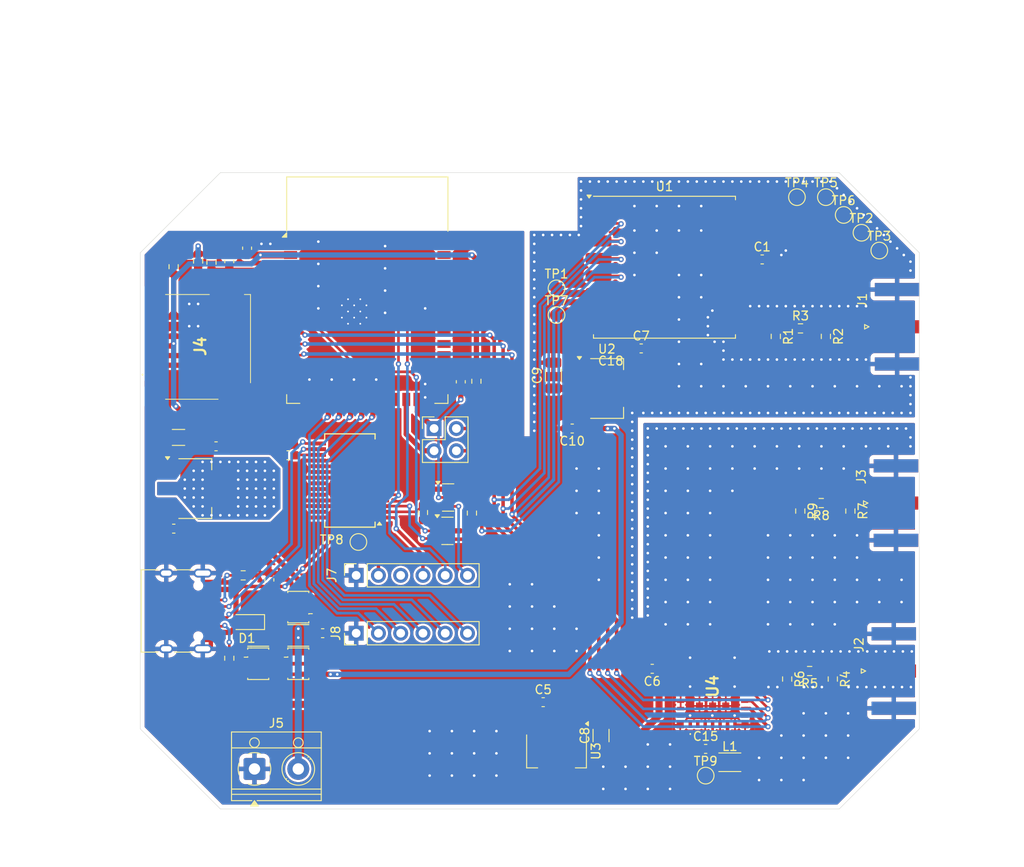
<source format=kicad_pcb>
(kicad_pcb (version 20241229) (generator "pcbnew") (generator_version "9.0")
  (layers (0 "F.Cu" signal) (2 "B.Cu" signal) (13 "F.Paste" user) (15 "B.Paste" user) (5 "F.SilkS" user "F.Silkscreen") (7 "B.SilkS" user "B.Silkscreen") (1 "F.Mask" user) (3 "B.Mask" user) (25 "Edge.Cuts" user))
  (net 0 "")
  (net 1 "+3.3V")
  (net 2 "GND")
  (net 3 "Net-(J2-In)")
  (net 4 "Net-(J3-In)")
  (net 5 "Net-(U4-ANT__LORA_2.4G_)")
  (net 6 "Net-(U4-ANT_LORA_SUB_G_)")
  (net 7 "Net-(U1-ANT)")
  (net 8 "Net-(U1-DIO4)")
  (net 9 "Net-(U1-DIO3)")
  (net 10 "Net-(U1-DIO2)")
  (net 11 "Net-(U1-DIO1)")
  (net 12 "Net-(U1-DIO0)")
  (net 13 "/433MHz/SCK")
  (net 14 "/MCU/ESP32.enable")
  (net 15 "/433MHz/~{reset}")
  (net 16 "/433MHz/MOSI")
  (net 17 "/433MHz/MISO")
  (net 18 "Net-(J1-In)")
  (net 19 "Net-(U1-DIO5)")
  (net 26 "Net-(U4-VREG)")
  (net 28 "Net-(U4-DCC_SW)")
  (net 31 "/MCU/GPIO.13")
  (net 34 "/MCU/GPIO.10")
  (net 39 "/MCU/GPIO.12")
  (net 45 "/MCU/GPIO.11")
  (net 46 "/MCU/GPIO.9")
  (net 51 "Net-(U7-3V3OUT)")
  (net 52 "/MCU/ESP32.reset")
  (net 53 "/MCU/SD.detect")
  (net 55 "3.3V RF1")
  (net 56 "3.3V RF2")
  (net 57 "/800_2400MHz/BUSY")
  (net 58 "/MCU/UART.DTR")
  (net 59 "Net-(U7-~{RESET})")
  (net 60 "/MCU/UART.RX")
  (net 61 "/MCU/UART.TX")
  (net 65 "/MCU/UART.RTS")
  (net 70 "V_{USB}")
  (net 72 "/CS2")
  (net 76 "/MCU/~{SD.CS}")
  (net 77 "/MCU/SD.DI")
  (net 80 "/MCU/SD.SCK")
  (net 81 "/MCU/SD.DO")
  (net 82 "Net-(U3-VI)")
  (net 83 "Net-(U2-VI)")
  (net 84 "Net-(U6-VI)")
  (net 85 "VCC")
  (net 86 "/MCU/USB1.D-")
  (net 87 "/MCU/USB1.D+")
  (net 89 "Net-(J6-CC1)")
  (net 90 "Net-(J6-CC2)")
  (net 92 "/CS1")
  (net 93 "/MCU/~{CS1}")
  (net 94 "/MCU/~{CS2}")
  (net 95 "Net-(Q1-B)")
  (net 96 "Net-(Q2-B)")
  (net 97 "/MCU/UART.CTS")
  (footprint "Connector_Coaxial:SMA_Amphenol_132289_EdgeMount" (layer "F.Cu") (at 162.687 87.376)
    (property "Reference" "J2")
    (property "Value" "Conn_Coaxial")
  )
  (footprint "SD_Card_holder:1140084168" (layer "F.Cu") (at 83.566 50.292 -90)
    (property "Reference" "J4")
    (property "Value" "1140084168" (hide yes))
  )
  (footprint "Package_TO_SOT_SMD:SOT-23" (layer "F.Cu") (at 111.8385 67.564)
    (property "Reference" "Q2" (hide yes))
    (property "Value" "BC846")
  )
  (footprint "Capacitor_SMD:C_0603_1608Metric" (layer "F.Cu") (at 85.357 61.722)
    (property "Reference" "C13" (hide yes))
    (property "Value" "220n")
  )
  (footprint "RF_Module:ESP32-S3-WROOM-1" (layer "F.Cu") (at 102.616 43.868)
    (property "Reference" "U5" (hide yes))
    (property "Value" "ESP32-S3-WROOM-1")
  )
  (footprint "TestPoint:TestPoint_Pad_D1.5mm" (layer "F.Cu") (at 151.638 33.274)
    (property "Reference" "TP4")
    (property "Value" "DIO2")
  )
  (footprint "Capacitor_SMD:C_0603_1608Metric" (layer "F.Cu") (at 113.284 54.356 90)
    (property "Reference" "C17" (hide yes))
    (property "Value" "100n")
  )
  (footprint "Resistor_SMD:R_0603_1608Metric_Pad0.98x0.95mm_HandSolder" (layer "F.Cu") (at 149.225 49.1725 -90)
    (property "Reference" "R1")
    (property "Value" "DNP")
  )
  (footprint "Capacitor_SMD:C_0603_1608Metric" (layer "F.Cu") (at 80.531 71.12)
    (property "Reference" "C11" (hide yes))
    (property "Value" "100n")
  )
  (footprint "RF_Module:HOPERF_RFM9XW_SMD" (layer "F.Cu") (at 136.525 41.275)
    (property "Reference" "U1")
    (property "Value" "RFM96W-433S2")
  )
  (footprint "Resistor_SMD:R_0603_1608Metric" (layer "F.Cu") (at 86.868 85.915 90)
    (property "Reference" "R14" (hide yes))
    (property "Value" "5k1")
  )
  (footprint "Connector_PinHeader_2.54mm:PinHeader_2x02_P2.54mm_Vertical" (layer "F.Cu") (at 110.236 59.69)
    (property "Reference" "J9" (hide yes))
    (property "Value" "CS_enable")
  )
  (footprint "TestPoint:TestPoint_Pad_D1.5mm" (layer "F.Cu") (at 124.206 43.688)
    (property "Reference" "TP1")
    (property "Value" "RFM96W_Reset")
  )
  (footprint "Capacitor_SMD:C_0603_1608Metric" (layer "F.Cu") (at 91.44 76.975 90)
    (property "Reference" "C16" (hide yes))
    (property "Value" "10n")
  )
  (footprint "LBAA0XV2GT-001:LBAA0XV2GT001" (layer "F.Cu") (at 142.019 89.115 90)
    (property "Reference" "U4")
    (property "Value" "LBAA0XV2GT-001" (hide yes))
  )
  (footprint "Capacitor_SMD:C_0603_1608Metric_Pad1.08x0.95mm_HandSolder" (layer "F.Cu") (at 147.6745 40.386)
    (property "Reference" "C1")
    (property "Value" "100n")
  )
  (footprint "Connector_PinHeader_2.54mm:PinHeader_1x06_P2.54mm_Vertical" (layer "F.Cu") (at 101.346 83.058 90)
    (property "Reference" "J8")
    (property "Value" "Free GPIO")
  )
  (footprint "Package_TO_SOT_SMD:SOT-23" (layer "F.Cu") (at 111.76 71.374)
    (property "Reference" "Q1" (hide yes))
    (property "Value" "BC846")
  )
  (footprint "TestPoint:TestPoint_Pad_D1.5mm" (layer "F.Cu") (at 156.972 35.306)
    (property "Reference" "TP6")
    (property "Value" "DIO0")
  )
  (footprint "Resistor_SMD:R_0603_1608Metric_Pad0.98x0.95mm_HandSolder" (layer "F.Cu") (at 152.0425 48.26)
    (property "Reference" "R3")
    (property "Value" "0")
  )
  (footprint "Resistor_SMD:R_0603_1608Metric" (layer "F.Cu") (at 114.554 69.342 -90)
    (property "Reference" "R15" (hide yes))
    (property "Value" "10k")
  )
  (footprint "Capacitor_SMD:C_0603_1608Metric" (layer "F.Cu") (at 125.997 59.69 180)
    (property "Reference" "C10")
    (property "Value" "100n")
  )
  (footprint "Package_TO_SOT_SMD:SOT-223-3_TabPin2" (layer "F.Cu") (at 82.956 66.548)
    (property "Reference" "U6" (hide yes))
    (property "Value" "AMS1117-3.3")
  )
  (footprint "TestPoint:TestPoint_Pad_D1.5mm" (layer "F.Cu") (at 141.224 99.314)
    (property "Reference" "TP9")
    (property "Value" "Vreg")
  )
  (footprint "Capacitor_SMD:C_0603_1608Metric_Pad1.08x0.95mm_HandSolder" (layer "F.Cu") (at 130.4025 50.546 180)
    (property "Reference" "C18")
    (property "Value" "100p")
  )
  (footprint "Capacitor_SMD:C_0603_1608Metric" (layer "F.Cu") (at 88.9 39.103 90)
    (property "Reference" "C2" (hide yes))
    (property "Value" "100n")
  )
  (footprint "Resistor_SMD:R_0603_1608Metric_Pad0.98x0.95mm_HandSolder" (layer "F.Cu") (at 154.94 49.1725 -90)
    (property "Reference" "R2")
    (property "Value" "DNP")
  )
  (footprint "Connector_Coaxial:SMA_Amphenol_132289_EdgeMount" (layer "F.Cu") (at 162.941 68.199)
    (property "Reference" "J3")
    (property "Value" "Conn_Coaxial")
  )
  (footprint "Capacitor_SMD:C_0603_1608Metric" (layer "F.Cu") (at 86.868 40.627 90)
    (property "Reference" "C4" (hide yes))
    (property "Value" "100n")
  )
  (footprint "TestPoint:TestPoint_Pad_D1.5mm" (layer "F.Cu") (at 154.94 33.274)
    (property "Reference" "TP5")
    (property "Value" "DIO1")
  )
  (footprint "Resistor_SMD:R_0603_1608Metric" (layer "F.Cu") (at 83.312 40.577 90)
    (property "Reference" "R11" (hide yes))
    (property "Value" "10k")
  )
  (footprint "Resistor_SMD:R_0603_1608Metric_Pad0.98x0.95mm_HandSolder" (layer "F.Cu") (at 152.019 69.1115 -90)
    (property "Reference" "R9")
    (property "Value" "DNP")
  )
  (footprint "Resistor_SMD:R_0603_1608Metric_Pad0.98x0.95mm_HandSolder" (layer "F.Cu") (at 153.087 87.376 180)
    (property "Reference" "R5")
    (property "Value" "0")
  )
  (footprint "TestPoint:TestPoint_Pad_D1.5mm" (layer "F.Cu") (at 159.004 37.338)
    (property "Reference" "TP2")
    (property "Value" "DIO4")
  )
  (footprint "Resistor_SMD:R_0603_1608Metric" (layer "F.Cu") (at 88.455 76.454 180)
    (property "Reference" "R13" (hide yes))
    (property "Value" "5k1")
  )
  (footprint "TerminalBlock_RND:TerminalBlock_RND_205-00012_1x02_P5.00mm_Horizontal" (layer "F.Cu") (at 89.742 98.552)
    (property "Reference" "J5")
    (property "Value" "Battery in")
  )
  (footprint "Capacitor_SMD:C_1206_3216Metric" (layer "F.Cu") (at 123.85 53.643 90)
    (property "Reference" "C9")
    (property "Value" "22u")
  )
  (footprint "Capacitor_SMD:C_0603_1608Metric" (layer "F.Cu") (at 93.586 62.738 180)
    (property "Reference" "C3" (hide yes))
    (property "Value" "100n")
  )
  (footprint "Package_TO_SOT_SMD:SOT-223-3_TabPin2" (layer "F.Cu") (at 124.206 96.52 -90)
    (property "Reference" "U3")
    (property "Value" "AMS1117-3.3")
  )
  (footprint "Resistor_SMD:R_0603_1608Metric_Pad0.98x0.95mm_HandSolder" (layer "F.Cu") (at 157.734 69.1115 -90)
    (property "Reference" "R7")
    (property "Value" "DNP")
  )
  (footprint "Capacitor_SMD:C_1206_3216Metric" (layer "F.Cu") (at 81.075 60.706 180)
    (property "Reference" "C12" (hide yes))
    (property "Value" "22u")
  )
  (footprint "Connector_PinSocket_2.54mm:PinSocket_1x06_P2.54mm_Vertical" (layer "F.Cu") (at 101.346 76.454 90)
    (property "Reference" "J7")
    (property "Value" "UART header")
  )
  (footprint "Capacitor_SMD:C_0603_1608Metric" (layer "F.Cu") (at 133.871 50.546)
    (property "Reference" "C7")
    (property "Value" "220n")
  )
  (footprint "Inductor_SMD:L_Murata_DFE201610P" (layer "F.Cu") (at 143.981 97.79)
    (property "Reference" "L1")
    (property "Value" "15u")
  )
  (footprint "Crystal:Resonator_SMD_Murata_CSTxExxV-3Pin_3.0x1.1mm_HandSoldering" (layer "F.Cu") (at 90.17 86.544 -90)
    (property "Reference" "FL3" (hide yes))
    (property "Value" "NFE31PT221D1E9L")
  )
  (footprint "Capacitor_SMD:C_0603_1608Metric" (layer "F.Cu") (at 135.128 87.122 180)
    (property "Reference" "C6")
    (property "Value" "100n")
  )
  (footprint "Package_SO:SSOP-28_5.3x10.2mm_P0.65mm" (layer "F.Cu") (at 100.628 65.625 180)
    (property "Reference" "U7" (hide yes))
    (property "Value" "FT232RL")
  )
  (footprint "Package_TO_SOT_SMD:SOT-223-3_TabPin2" (layer "F.Cu") (at 129.946 55.118)
    (property "Reference" "U2")
    (property "Value" "AMS1117-3.3")
  )
  (footprint "Resistor_SMD:R_0603_1608Metric" (layer "F.Cu") (at 108.966 69.279 90)
    (property "Reference" "R16" (hide yes))
    (property "Value" "10k")
  )
  (footprint "Crystal:Resonator_SMD_Murata_CSTxExxV-3Pin_3.0x1.1mm_HandSoldering" (layer "F.Cu") (at 94.742 86.544 -90)
    (property "Reference" "FL1" (hide yes))
    (property "Value" "NFE31PT221D1E9L")
  )
  (footprint "Connector_USB:USB_C_Receptacle_HRO_TYPE-C-31-M-12" (layer "F.Cu") (at 80.72 80.518 -90)
    (property "Reference" "J6" (hide yes))
    (property "Value" "USB_C_Receptacle_USB2.0_16P")
  )
  (footprint "Capacitor_SMD:C_0603_1608Metric" (layer "F.Cu") (at 141.224 96.266)
    (property "Reference" "C15")
    (property "Value" "100n")
  )
  (footprint "Resistor_SMD:R_0603_1608Metric" (layer "F.Cu") (at 115.062 54.293 -90)
    (property "Reference" "R17" (hide yes))
    (property "Value" "10k")
  )
  (footprint "Resistor_SMD:R_0603_1608Metric_Pad0.98x0.95mm_HandSolder" (layer "F.Cu") (at 154.4085 68.199 180)
    (property "Reference" "R8")
    (property "Value" "0")
  )
  (footprint "TestPoint:TestPoint_Pad_D1.5mm" (layer "F.Cu") (at 101.6 72.644)
    (property "Reference" "TP8")
    (property "Value" "Reset FDTI")
  )
  (footprint "Capacitor_SMD:C_1206_3216Metric" (layer "F.Cu") (at 129.286 94.742 90)
    (property "Reference" "C8")
    (property "Value" "22u")
  )
  (footprint "TestPoint:TestPoint_Pad_D1.5mm" (layer "F.Cu") (at 124.206 46.736)
    (property "Reference" "TP7")
    (property "Value" "DIO5")
  )
  (footprint "Connector_Coaxial:SMA_Amphenol_132289_EdgeMount" (layer "F.Cu") (at 163.068 48.074)
    (property "Reference" "J1")
    (property "Value" "Conn_Coaxial")
  )
  (footprint "Resistor_SMD:R_0603_1608Metric" (layer "F.Cu") (at 80.518 41.212 90)
    (property "Reference" "R12" (hide yes))
    (property "Value" "10k")
  )
  (footprint "Resistor_SMD:R_0603_1608Metric_Pad0.98x0.95mm_HandSolder" (layer "F.Cu") (at 150.5235 88.2885 -90)
    (property "Reference" "R6")
    (property "Value" "DNP")
  )
  (footprint "Capacitor_SMD:C_0603_1608Metric" (layer "F.Cu") (at 122.682 90.932)
    (property "Reference" "C5")
    (property "Value" "100n")
  )
  (footprint "Crystal:Resonator_SMD_Murata_CSTxExxV-3Pin_3.0x1.1mm_HandSoldering" (layer "F.Cu") (at 94.742 80.08 90)
    (property "Reference" "FL2" (hide yes))
    (property "Value" "NFE31PT221D1E9L")
  )
  (footprint "Resistor_SMD:R_0603_1608Metric_Pad0.98x0.95mm_HandSolder" (layer "F.Cu") (at 155.7305 88.2885 -90)
    (property "Reference" "R4")
    (property "Value" "DNP")
  )
  (footprint "Resistor_SMD:R_0603_1608Metric" (layer "F.Cu") (at 84.836 40.703 -90)
    (property "Reference" "R10" (hide yes))
    (property "Value" "10k")
  )
  (footprint "Diode_SMD:D_SOD-323_HandSoldering" (layer "F.Cu") (at 88.88 81.788 180)
    (property "Reference" "D1")
    (property "Value" "D")
  )
  (footprint "TestPoint:TestPoint_Pad_D1.5mm" (layer "F.Cu") (at 161.036 39.37)
    (property "Reference" "TP3")
    (property "Value" "DIO3")
  )
  (footprint "Capacitor_SMD:C_0603_1608Metric" (layer "F.Cu") (at 97.523 83.058)
    (property "Reference" "C14" (hide yes))
    (property "Value" "100n")
  )
  (gr_poly (pts (xy 144.526 83.693) (xy 144.272 82.677) (xy 144.272 82.042) (xy 145.034 82.042) (xy 145.034 82.677) (xy 144.653 83.693)) (stroke (width 0.2)) (fill yes) (layer "F.Cu") (net 6))
  (gr_poly (pts (xy 147.193 87.4268) (xy 147.828 86.868) (xy 148.844 86.868) (xy 148.844 87.884) (xy 147.828 87.884)) (stroke (width 0.1)) (fill yes) (layer "F.Cu") (net 5))
  (gr_line (start 156.464 103.124) (end 85.852 103.124) (stroke (width 0.05)) (layer "Edge.Cuts"))
  (gr_line (start 76.708 93.98) (end 76.708 39.624) (stroke (width 0.05)) (layer "Edge.Cuts"))
  (gr_line (start 165.608 93.98) (end 156.464 103.124) (stroke (width 0.05)) (layer "Edge.Cuts"))
  (gr_line (start 85.852 30.48) (end 76.708 39.624) (stroke (width 0.05)) (layer "Edge.Cuts"))
  (gr_line (start 165.608 93.98) (end 165.608 39.624) (stroke (width 0.05)) (layer "Edge.Cuts"))
  (gr_line (start 156.464 30.48) (end 85.852 30.48) (stroke (width 0.05)) (layer "Edge.Cuts"))
  (gr_line (start 76.708 93.98) (end 85.852 103.124) (stroke (width 0.05)) (layer "Edge.Cuts"))
  (gr_line (start 165.608 39.624) (end 156.464 30.48) (stroke (width 0.05)) (layer "Edge.Cuts"))
  (segment (start 115.062 52.07) (end 115.062 53.468) (width 0.6) (layer "F.Cu") (net 1))
  (segment (start 90.424 39.878) (end 90.424 39.904) (width 0.6) (layer "F.Cu") (net 1))
  (segment (start 84.71 39.752) (end 84.836 39.878) (width 0.6) (layer "F.Cu") (net 1))
  (segment (start 83.312 39.752) (end 84.71 39.752) (width 0.6) (layer "F.Cu") (net 1))
  (segment (start 82.804 60.452) (end 82.55 60.706) (width 0.6) (layer "F.Cu") (net 1))
  (segment (start 80.518 40.387) (end 81.027 39.878) (width 0.6) (layer "F.Cu") (net 1))
  (segment (start 80.239 50.267) (end 78.216 50.267) (width 0.6) (layer "F.Cu") (net 1))
  (segment (start 80.518 49.988) (end 80.239 50.267) (width 0.6) (layer "F.Cu") (net 1))
  (segment (start 93.472 39.878) (end 90.424 39.878) (width 0.8) (layer "F.Cu") (net 1))
  (segment (start 82.55 60.706) (end 82.55 58.928) (width 0.6) (layer "F.Cu") (net 1))
  (segment (start 90.424 39.878) (end 89.408 39.878) (width 0.8) (layer "F.Cu") (net 1))
  (segment (start 82.55 58.928) (end 80.772 57.15) (width 0.6) (layer "F.Cu") (net 1))
  (segment (start 115.062 40.386) (end 114.554 39.878) (width 0.6) (layer "F.Cu") (net 1))
  (segment (start 83.312 39.752) (end 83.312 38.862) (width 0.6) (layer "F.Cu") (net 1))
  (segment (start 115.062 52.07) (end 115.062 40.386) (width 0.6) (layer "F.Cu") (net 1))
  (segment (start 89.408 39.878) (end 88.9 39.878) (width 0.8) (layer "F.Cu") (net 1))
  (segment (start 84.582 61.722) (end 83.566 61.722) (width 0.4) (layer "F.Cu") (net 1))
  (segment (start 83.186 39.878) (end 83.312 39.752) (width 0.6) (layer "F.Cu") (net 1))
  (segment (start 83.566 61.722) (end 82.55 60.706) (width 0.4) (layer "F.Cu") (net 1))
  (segment (start 81.027 39.878) (end 83.186 39.878) (width 0.6) (layer "F.Cu") (net 1))
  (via (at 88.9 67.564) (size 0.6) (drill 0.3) (layers "F.Cu" "B.Cu") (net 1))
  (via (at 83.82 69.596) (size 0.6) (drill 0.3) (layers "F.Cu" "B.Cu") (net 1))
  (via (at 83.82 68.58) (size 0.6) (drill 0.3) (layers "F.Cu" "B.Cu") (net 1))
  (via (at 89.916 65.532) (size 0.6) (drill 0.3) (layers "F.Cu" "B.Cu") (net 1))
  (via (at 82.804 67.564) (size 0.6) (drill 0.3) (layers "F.Cu" "B.Cu") (net 1))
  (via (at 83.82 64.516) (size 0.6) (drill 0.3) (layers "F.Cu" "B.Cu") (net 1))
  (via (at 82.804 64.516) (size 0.6) (drill 0.3) (layers "F.Cu" "B.Cu") (net 1))
  (via (at 81.788 65.532) (size 0.6) (drill 0.3) (layers "F.Cu" "B.Cu") (net 1))
  (via (at 83.82 65.532) (size 0.6) (drill 0.3) (layers "F.Cu" "B.Cu") (net 1))
  (via (at 80.772 57.15) (size 0.6) (drill 0.3) (layers "F.Cu" "B.Cu") (net 1))
  (via (at 89.916 64.516) (size 0.6) (drill 0.3) (layers "F.Cu" "B.Cu") (net 1))
  (via (at 87.884 63.5) (size 0.6) (drill 0.3) (layers "F.Cu" "B.Cu") (net 1))
  (via (at 87.884 65.532) (size 0.6) (drill 0.3) (layers "F.Cu" "B.Cu") (net 1))
  (via (at 81.788 66.548) (size 0.6) (drill 0.3) (layers "F.Cu" "B.Cu") (net 1))
  (via (at 89.916 67.564) (size 0.6) (drill 0.3) (layers "F.Cu" "B.Cu") (net 1))
  (via (at 87.884 69.596) (size 0.6) (drill 0.3) (layers "F.Cu" "B.Cu") (net 1))
  (via (at 91.948 66.548) (size 0.6) (drill 0.3) (layers "F.Cu" "B.Cu") (net 1))
  (via (at 90.932 67.564) (size 0.6) (drill 0.3) (layers "F.Cu" "B.Cu") (net 1))
  (via (at 88.9 69.596) (size 0.6) (drill 0.3) (layers "F.Cu" "B.Cu") (net 1))
  (via (at 89.916 63.5) (size 0.6) (drill 0.3) (layers "F.Cu" "B.Cu") (net 1))
  (via (at 84.836 63.5) (size 0.6) (drill 0.3) (layers "F.Cu" "B.Cu") (net 1))
  (via (at 86.868 69.596) (size 0.6) (drill 0.3) (layers "F.Cu" "B.Cu") (net 1))
  (via (at 90.932 68.58) (size 0.6) (drill 0.3) (layers "F.Cu" "B.Cu") (net 1))
  (via (at 90.932 64.516) (size 0.6) (drill 0.3) (layers "F.Cu" "B.Cu") (net 1))
  (via (at 90.932 69.596) (size 0.6) (drill 0.3) (layers "F.Cu" "B.Cu") (net 1))
  (via (at 91.948 67.564) (size 0.6) (drill 0.3) (layers "F.Cu" "B.Cu") (net 1))
  (via (at 91.948 65.532) (size 0.6) (drill 0.3) (layers "F.Cu" "B.Cu") (net 1))
  (via (at 83.82 67.564) (size 0.6) (drill 0.3) (layers "F.Cu" "B.Cu") (net 1))
  (via (at 83.82 66.548) (size 0.6) (drill 0.3) (layers "F.Cu" "B.Cu") (net 1))
  (via (at 85.852 63.5) (size 0.6) (drill 0.3) (layers "F.Cu" "B.Cu") (net 1))
  (via (at 82.804 68.58) (size 0.6) (drill 0.3) (layers "F.Cu" "B.Cu") (net 1))
  (via (at 86.868 63.5) (size 0.6) (drill 0.3) (layers "F.Cu" "B.Cu") (net 1))
  (via (at 91.948 68.58) (size 0.6) (drill 0.3) (layers "F.Cu" "B.Cu") (net 1))
  (via (at 83.82 63.5) (size 0.6) (drill 0.3) (layers "F.Cu" "B.Cu") (net 1))
  (via (at 82.804 66.548) (size 0.6) (drill 0.3) (layers "F.Cu" "B.Cu") (net 1))
  (via (at 81.788 67.564) (size 0.6) (drill 0.3) (layers "F.Cu" "B.Cu") (net 1))
  (via (at 82.804 65.532) (size 0.6) (drill 0.3) (layers "F.Cu" "B.Cu") (net 1))
  (via (at 91.948 64.516) (size 0.6) (drill 0.3) (layers "F.Cu" "B.Cu") (net 1))
  (via (at 89.916 68.58) (size 0.6) (drill 0.3) (layers "F.Cu" "B.Cu") (net 1))
  (via (at 83.312 38.862) (size 0.6) (drill 0.3) (layers "F.Cu" "B.Cu") (net 1))
  (via (at 87.884 64.516) (size 0.6) (drill 0.3) (layers "F.Cu" "B.Cu") (net 1))
  (via (at 88.9 66.548) (size 0.6) (drill 0.3) (layers "F.Cu" "B.Cu") (net 1))
  (via (at 90.424 39.878) (size 0.6) (drill 0.3) (layers "F.Cu" "B.Cu") (net 1))
  (via (at 85.852 69.596) (size 0.6) (drill 0.3) (layers "F.Cu" "B.Cu") (net 1))
  (via (at 80.518 49.988) (size 0.6) (drill 0.3) (layers "F.Cu" "B.Cu") (net 1))
  (via (at 88.9 64.516) (size 0.6) (drill 0.3) (layers "F.Cu" "B.Cu") (net 1))
  (via (at 88.9 68.58) (size 0.6) (drill 0.3) (layers "F.Cu" "B.Cu") (net 1))
  (via (at 89.916 69.596) (size 0.6) (drill 0.3) (layers "F.Cu" "B.Cu") (net 1))
  (via (at 90.932 66.548) (size 0.6) (drill 0.3) (layers "F.Cu" "B.Cu") (net 1))
  (via (at 88.9 63.5) (size 0.6) (drill 0.3) (layers "F.Cu" "B.Cu") (net 1))
  (via (at 90.932 65.532) (size 0.6) (drill 0.3) (layers "F.Cu" "B.Cu") (net 1))
  (via (at 90.932 63.5) (size 0.6) (drill 0.3) (layers "F.Cu" "B.Cu") (net 1))
  (via (at 89.916 66.548) (size 0.6) (drill 0.3) (layers "F.Cu" "B.Cu") (net 1))
  (via (at 84.836 69.596) (size 0.6) (drill 0.3) (layers "F.Cu" "B.Cu") (net 1))
  (via (at 114.554 39.878) (size 0.6) (drill 0.3) (layers "F.Cu" "B.Cu") (net 1))
  (via (at 87.884 66.548) (size 0.6) (drill 0.3) (layers "F.Cu" "B.Cu") (net 1))
  (via (at 88.9 65.532) (size 0.6) (drill 0.3) (layers "F.Cu" "B.Cu") (net 1))
  (via (at 87.884 67.564) (size 0.6) (drill 0.3) (layers "F.Cu" "B.Cu") (net 1))
  (via (at 87.884 68.58) (size 0.6) (drill 0.3) (layers "F.Cu" "B.Cu") (net 1))
  (segment (start 82.804 40.894) (end 83.312 40.386) (width 0.6) (layer "B.Cu") (net 1))
  (segment (start 80.518 56.896) (end 80.772 57.15) (width 0.6) (layer "B.Cu") (net 1))
  (segment (start 83.312 40.386) (end 83.82 40.894) (width 0.6) (layer "B.Cu") (net 1))
  (segment (start 90.424 39.878) (end 114.554 39.878) (width 0.6) (layer "B.Cu") (net 1))
  (segment (start 83.312 40.894) (end 83.82 40.894) (width 0.6) (layer "B.Cu") (net 1))
  (segment (start 82.804 40.894) (end 83.312 40.894) (width 0.6) (layer "B.Cu") (net 1))
  (segment (start 83.82 40.894) (end 89.408 40.894) (width 0.6) (layer "B.Cu") (net 1))
  (segment (start 80.518 49.988) (end 80.518 56.896) (width 0.6) (layer "B.Cu") (net 1))
  (segment (start 83.312 40.386) (end 83.312 40.894) (width 0.6) (layer "B.Cu") (net 1))
  (segment (start 82.296 40.894) (end 82.804 40.894) (width 0.6) (layer "B.Cu") (net 1))
  (segment (start 80.518 42.672) (end 82.296 40.894) (width 0.6) (layer "B.Cu") (net 1))
  (segment (start 83.312 38.862) (end 83.312 40.386) (width 0.6) (layer "B.Cu") (net 1))
  (segment (start 89.408 40.894) (end 90.424 39.878) (width 0.6) (layer "B.Cu") (net 1))
  (segment (start 80.518 49.988) (end 80.518 42.672) (width 0.6) (layer "B.Cu") (net 1))
  (segment (start 144.619 93.515) (end 144.569 93.465) (width 0.3) (layer "F.Cu") (net 2))
  (segment (start 93.472 38.608) (end 91.554 38.608) (width 0.8) (layer "F.Cu") (net 2))
  (segment (start 91.554 38.608) (end 90.538 38.608) (width 0.8) (layer "F.Cu") (net 2))
  (segment (start 145.719 93.515) (end 144.619 93.515) (width 0.3) (layer "F.Cu") (net 2))
  (segment (start 149.86 39.878) (end 150.368 39.37) (width 0.8) (layer "F.Cu") (net 2))
  (segment (start 97.028 68.55) (end 97.028 67.9) (width 0.4) (layer "F.Cu") (net 2))
  (segment (start 149.352 40.386) (end 149.86 39.878) (width 0.8) (layer "F.Cu") (net 2))
  (segment (start 148.537 40.386) (end 149.352 40.386) (width 0.8) (layer "F.Cu") (net 2))
  (segment (start 145.719 93.515) (end 146.769 93.515) (width 0.3) (layer "F.Cu") (net 2))
  (segment (start 78.216 48.067) (end 83.251 48.067) (width 0.6) (layer "F.Cu") (net 2))
  (segment (start 83.251 48.067) (end 83.312 48.006) (width 0.6) (layer "F.Cu") (net 2))
  (segment (start 146.769 93.515) (end 146.812 93.472) (width 0.3) (layer "F.Cu") (net 2))
  (via (at 158.496 79.502) (size 0.6) (drill 0.3) (layers "F.Cu" "B.Cu") (net 2))
  (via (at 121.666 53.848) (size 0.6) (drill 0.3) (layers "F.Cu" "B.Cu") (net 2))
  (via (at 151.384 31.496) (size 0.6) (drill 0.3) (layers "F.Cu" "B.Cu") (net 2))
  (via (at 143.764 59.69) (size 0.6) (drill 0.3) (layers "F.Cu" "B.Cu") (net 2))
  (via (at 143.256 49.784) (size 0.6) (drill 0.3) (layers "F.Cu" "B.Cu") (net 2))
  (via (at 164.084 59.69) (size 0.6) (drill 0.3) (layers "F.Cu" "B.Cu") (net 2))
  (via (at 138.176 49.784) (size 0.6) (drill 0.3) (layers "F.Cu" "B.Cu") (net 2))
  (via (at 124.714 37.592) (size 0.6) (drill 0.3) (layers "F.Cu" "B.Cu") (net 2))
  (via (at 147.32 97.282) (size 0.6) (drill 0.3) (layers "F.Cu" "B.Cu") (net 2))
  (via (at 135.636 34.29) (size 0.6) (drill 0.3) (layers "F.Cu" "B.Cu") (net 2))
  (via (at 132.842 60.96) (size 0.6) (drill 0.3) (layers "F.Cu" "B.Cu") (net 2))
  (via (at 130.048 31.496) (size 0.6) (drill 0.3) (layers "F.Cu" "B.Cu") (net 2))
  (via (at 145.288 51.816) (size 0.6) (drill 0.3) (layers "F.Cu" "B.Cu") (net 2))
  (via (at 153.416 45.72) (size 0.6) (drill 0.3) (layers "F.Cu" "B.Cu") (net 2))
  (via (at 163.6268 89.2048) (size 0.6) (drill 0.3) (layers "F.Cu" "B.Cu") (net 2))
  (via (at 157.734 33.782) (size 0.6) (drill 0.3) (layers "F.Cu" "B.Cu") (net 2))
  (via (at 141.986 46.228) (size 0.6) (drill 0.3) (layers "F.Cu" "B.Cu") (net 2))
  (via (at 131.064 31.496) (size 0.6) (drill 0.3) (layers "F.Cu" "B.Cu") (net 2))
  (via (at 118.872 77.47) (size 0.6) (drill 0.3) (layers "F.Cu" "B.Cu") (net 2))
  (via (at 126.746 37.592) (size 0.6) (drill 0.3) (layers "F.Cu" "B.Cu") (net 2))
  (via (at 134.62 98.298) (size 0.6) (drill 0.3) (layers "F.Cu" "B.Cu") (net 2))
  (via (at 103.632 54.102) (size 0.6) (drill 0.3) (layers "F.Cu" "B.Cu") (net 2))
  (via (at 137.16 31.496) (size 0.6) (drill 0.3) (layers "F.Cu" "B.Cu") (net 2))
  (via (at 164.592 57.912) (size 0.6) (drill 0.3) (layers "F.Cu" "B.Cu") (net 2))
  (via (at 126.492 66.802) (size 0.6) (drill 0.3) (layers "F.Cu" "B.Cu") (net 2))
  (via (at 164.6428 89.2048) (size 0.6) (drill 0.3) (layers "F.Cu" "B.Cu") (net 2))
  (via (at 139.192 61.722) (size 0.6) (drill 0.3) (layers "F.Cu" "B.Cu") (net 2))
  (via (at 132.842 68.072) (size 0.6) (drill 0.3) (layers "F.Cu" "B.Cu") (net 2))
  (via (at 114.808 94.234) (size 0.6) (drill 0.3) (layers "F.Cu" "B.Cu") (net 2))
  (via (at 141.732 79.502) (size 0.6) (drill 0.3) (layers "F.Cu" "B.Cu") (net 2))
  (via (at 136.652 66.802) (size 0.6) (drill 0.3) (layers "F.Cu" "B.Cu") (net 2))
  (via (at 163.576 54.864) (size 0.6) (drill 0.3) (layers "F.Cu" "B.Cu") (net 2))
  (via (at 140.716 42.164) (size 0.6) (drill 0.3) (layers "F.Cu" "B.Cu") (net 2))
  (via (at 157.5308 89.2048) (size 0.6) (drill 0.3) (layers "F.Cu" "B.Cu") (net 2))
  (via (at 150.876 74.422) (size 0.6) (drill 0.3) (layers "F.Cu" "B.Cu") (net 2))
  (via (at 117.348 96.774) (size 0.6) (drill 0.3) (layers "F.Cu" "B.Cu") (net 2))
  (via (at 151.5364 85.1408) (size 0.6) (drill 0.3) (layers "F.Cu" "B.Cu") (net 2))
  (via (at 164.592 61.722) (size 0.6) (drill 0.3) (layers "F.Cu" "B.Cu") (net 2))
  (via (at 140.716 34.29) (size 0.6) (drill 0.3) (layers "F.Cu" "B.Cu") (net 2))
  (via (at 151.384 57.912) (size 0.6) (drill 0.3) (layers "F.Cu" "B.Cu") (net 2))
  (via (at 121.666 37.592) (size 0.6) (drill 0.3) (layers "F.Cu" "B.Cu") (net 2))
  (via (at 133.096 39.624) (size 0.6) (drill 0.3) (layers "F.Cu" "B.Cu") (net 2))
  (via (at 141.732 82.042) (size 0.6) (drill 0.3) (layers "F.Cu" "B.Cu") (net 2))
  (via (at 151.384 51.816) (size 0.6) (drill 0.3) (layers "F.Cu" "B.Cu") (net 2))
  (via (at 117.348 94.234) (size 0.6) (drill 0.3) (layers "F.Cu" "B.Cu") (net 2))
  (via (at 129.54 100.838) (size 0.6) (drill 0.3) (layers "F.Cu" "B.Cu") (net 2))
  (via (at 151.384 45.72) (size 0.6) (drill 0.3) (layers "F.Cu" "B.Cu") (net 2))
  (via (at 109.22 45.974) (size 0.6) (drill 0.3) (layers "F.Cu" "B.Cu") (net 2))
  (via (at 132.842 76.2) (size 0.6) (drill 0.3) (layers "F.Cu" "B.Cu") (net 2))
  (via (at 149.5044 85.1408) (size 0.6) (drill 0.3) (layers "F.Cu" "B.Cu") (net 2))
  (via (at 152.4 45.72) (size 0.6) (drill 0.3) (layers "F.Cu" "B.Cu") (net 2))
  (via (at 150.368 31.496) (size 0.6) (drill 0.3) (layers "F.Cu" "B.Cu") (net 2))
  (via (at 91.554 38.608) (size 0.6) (drill 0.3) (layers "F.Cu" "B.Cu") (net 2))
  (via (at 150.368 39.37) (size 0.6) (drill 0.3) (layers "F.Cu" "B.Cu") (net 2))
  (via (at 147.32 57.912) (size 0.6) (drill 0.3) (layers "F.Cu" "B.Cu") (net 2))
  (via (at 134.112 57.912) (size 0.6) (drill 0.3) (layers "F.Cu" "B.Cu") (net 2))
  (via (at 138.176 37.084) (size 0.6) (drill 0.3) (layers "F.Cu" "B.Cu") (net 2))
  (via (at 162.7124 85.1408) (size 0.6) (drill 0.3) (layers "F.Cu" "B.Cu") (net 2))
  (via (at 129.032 74.422) (size 0.6) (drill 0.3) (layers "F.Cu" "B.Cu") (net 2))
  (via (at 135.636 39.624) (size 0.6) (drill 0.3) (layers "F.Cu" "B.Cu") (net 2))
  (via (at 161.036 59.69) (size 0.6) (drill 0.3) (layers "F.Cu" "B.Cu") (net 2))
  (via (at 163.576 57.912) (size 0.6) (drill 0.3) (layers "F.Cu" "B.Cu") (net 2))
  (via (at 164.592 41.656) (size 0.6) (drill 0.3) (layers "F.Cu" "B.Cu") (net 2))
  (via (at 158.6484 85.1408) (size 0.6) (drill 0.3) (layers "F.Cu" "B.Cu") (net 2))
  (via (at 159.004 59.69) (size 0.6) (drill 0.3) (layers "F.Cu" "B.Cu") (net 2))
  (via (at 150.5204 85.1408) (size 0.6) (drill 0.3) (layers "F.Cu" "B.Cu") (net 2))
  (via (at 136.652 74.422) (size 0.6) (drill 0.3) (layers "F.Cu" "B.Cu") (net 2))
  (via (at 164.592 60.706) (size 0.6) (drill 0.3) (layers "F.Cu" "B.Cu") (net 2))
  (via (at 97.028 38.354) (size 0.6) (drill 0.3) (layers "F.Cu" "B.Cu") (net 2))
  (via (at 141.478 48.006) (size 0.6) (drill 0.3) (layers "F.Cu" "B.Cu") (net 2))
  (via (at 158.496 45.72) (size 0.6) (drill 0.3) (layers "F.Cu" "B.Cu") (net 2))
  (via (at 157.48 45.72) (size 0.6) (drill 0.3) (layers "F.Cu" "B.Cu") (net 2))
  (via (at 141.732 66.802) (size 0.6) (drill 0.3) (layers "F.Cu" "B.Cu") (net 2))
  (via (at 136.652 59.69) (size 0.6) (drill 0.3) (layers "F.Cu" "B.Cu") (net 2))
  (via (at 164.7444 85.1408) (size 0.6) (drill 0.3) (layers "F.Cu" "B.Cu") (net 2))
  (via (at 123.952 82.55) (size 0.6) (drill 0.3) (layers "F.Cu" "B.Cu") (net 2))
  (via (at 97.028 45.974) (size 0.6) (drill 0.3) (layers "F.Cu" "B.Cu") (net 2))
  (via (at 163.576 79.502) (size 0.6) (drill 0.3) (layers "F.Cu" "B.Cu") (net 2))
  (via (at 153.416 71.882) (size 0.6) (drill 0.3) (layers "F.Cu" "B.Cu") (net 2))
  (via (at 132.842 67.056) (size 0.6) (drill 0.3) (layers "F.Cu" "B.Cu") (net 2))
  (via (at 142.748 59.69) (size 0.6) (drill 0.3) (layers "F.Cu" "B.Cu") (net 2))
  (via (at 148.3868 89.2048) (size 0.6) (drill 0.3) (layers "F.Cu" "B.Cu") (net 2))
  (via (at 148.4884 85.1408) (size 0.6) (drill 0.3) (layers "F.Cu" "B.Cu") (net 2))
  (via (at 149.86 59.69) (size 0.6) (drill 0.3) (layers "F.Cu" "B.Cu") (net 2))
  (via (at 146.812 61.722) (size 0.6) (drill 0.3) (layers "F.Cu" "B.Cu") (net 2))
  (via (at 144.272 51.816) (size 0.6) (drill 0.3) (layers "F.Cu" "B.Cu") (net 2))
  (via (at 153.416 74.422) (size 0.6) (drill 0.3) (layers "F.Cu" "B.Cu") (net 2))
  (via (at 157.988 59.69) (size 0.6) (drill 0.3) (layers "F.Cu" "B.Cu") (net 2))
  (via (at 132.842 59.944) (size 0.6) (drill 0.3) (layers "F.Cu" "B.Cu") (net 2))
  (via (at 143.256 51.816) (size 0.6) (drill 0.3) (layers "F.Cu" "B.Cu") (net 2))
  (via (at 146.812 59.69) (size 0.6) (drill 0.3) (layers "F.Cu" "B.Cu") (net 2))
  (via (at 104.648 41.402) (size 0.6) (drill 0.3) (layers "F.Cu" "B.Cu") (net 2))
  (via (at 134.62 75.946) (size 0.6) (drill 0.3) (layers "F.Cu" "B.Cu") (net 2))
  (via (at 150.876 82.042) (size 0.6) (drill 0.3) (layers "F.Cu" "B.Cu") (net 2))
  (via (at 157.48 97.282) (size 0.6) (drill 0.3) (layers "F.Cu" "B.Cu") (net 2))
  (via (at 138.176 44.704) (size 0.6) (drill 0.3) (layers "F.Cu" "B.Cu") (net 2))
  (via (at 127 35.56) (size 0.6) (drill 0.3) (layers "F.Cu" "B.Cu") (net 2))
  (via (at 145.796 59.69) (size 0.6) (drill 0.3) (layers "F.Cu" "B.Cu") (net 2))
  (via (at 134.62 70.866) (size 0.6) (drill 0.3) (layers "F.Cu" "B.Cu") (net 2))
  (via (at 164.592 53.848) (size 0.6) (drill 0.3) (layers "F.Cu" "B.Cu") (net 2))
  (via (at 141.224 57.912) (size 0.6) (drill 0.3) (layers "F.Cu" "B.Cu") (net 2))
  (via (at 141.224 31.496) (size 0.6) (drill 0.3) (layers "F.Cu" "B.Cu") (net 2))
  (via (at 156.972 64.262) (size 0.6) (drill 0.3) (layers "F.Cu" "B.Cu") (net 2))
  (via (at 156.972 33.02) (size 0.6) (drill 0.3) (layers "F.Cu" "B.Cu") (net 2))
  (via (at 160.5788 89.2048) (size 0.6) (drill 0.3) (layers "F.Cu" "B.Cu") (net 2))
  (via (at 160.02 59.69) (size 0.6) (drill 0.3) (layers "F.Cu" "B.Cu") (net 2))
  (via (at 152.4 99.822) (size 0.6) (drill 0.3) (layers "F.Cu" "B.Cu") (net 2))
  (via (at 109.22 56.134) (size 0.6) (drill 0.3) (layers "F.Cu" "B.Cu") (net 2))
  (via (at 162.052 59.69) (size 0.6) (drill 0.3) (layers "F.Cu" "B.Cu") (net 2))
  (via (at 121.666 45.72) (size 0.6) (drill 0.3) (layers "F.Cu" "B.Cu") (net 2))
  (via (at 137.668 59.69) (size 0.6) (drill 0.3) (layers "F.Cu" "B.Cu") (net 2))
  (via (at 154.4828 89.2048) (size 0.6) (drill 0.3) (layers "F.Cu" "B.Cu") (net 2))
  (via (at 148.336 79.502) (size 0.6) (drill 0.3) (layers "F.Cu" "B.Cu") (net 2))
  (via (at 118.872 82.55) (size 0.6) (drill 0.3) (layers "F.Cu" "B.Cu") (net 2))
  (via (at 143.256 31.496) (size 0.6) (drill 0.3) (layers "F.Cu" "B.Cu") (net 2))
  (via (at 156.6164 85.1408) (size 0.6) (drill 0.3) (layers "F.Cu" "B.Cu") (net 2))
  (via (at 132.08 31.496) (size 0.6) (drill 0.3) (layers "F.Cu" "B.Cu") (net 2))
  (via (at 122.682 37.592) (size 0.6) (drill 0.3) (layers "F.Cu" "B.Cu") (net 2))
  (via (at 143.256 50.8) (size 0.6) (drill 0.3) (layers "F.Cu" "B.Cu") (net 2))
  (via (at 149.352 51.816) (size 0.6) (drill 0.3) (layers "F.Cu" "B.Cu") (net 2))
  (via (at 97.028 40.894) (size 0.6) (drill 0.3) (layers "F.Cu" "B.Cu") (net 2))
  (via (at 149.86 99.822) (size 0.6) (drill 0.3) (layers "F.Cu" "B.Cu") (net 2))
  (via (at 140.716 59.69) (size 0.6) (drill 0.3) (layers "F.Cu" "B.Cu") (net 2))
  (via (at 117.348 99.314) (size 0.6) (drill 0.3) (layers "F.Cu" "B.Cu") (net 2))
  (via (at 154.94 94.742) (size 0.6) (drill 0.3) (layers "F.Cu" "B.Cu") (net 2))
  (via (at 154.432 64.262) (size 0.6) (drill 0.3) (layers "F.Cu" "B.Cu") (net 2))
  (via (at 144.272 64.262) (size 0.6) (drill 0.3) (layers "F.Cu" "B.Cu") (net 2))
  (via (at 161.544 57.912) (size 0.6) (drill 0.3) (layers "F.Cu" "B.Cu") (net 2))
  (via (at 155.956 79.502) (size 0.6) (drill 0.3) (layers "F.Cu" "B.Cu") (net 2))
  (via (at 134.62 95.758) (size 0.6) (drill 0.3) (layers "F.Cu" "B.Cu") (net 2))
  (via (at 163.576 76.962) (size 0.6) (drill 0.3) (layers "F.Cu" "B.Cu") (net 2))
  (via (at 121.666 52.832) (size 0.6) (drill 0.3) (layers "F.Cu" "B.Cu") (net 2))
  (via (at 147.32 99.822) (size 0.6) (drill 0.3) (layers "F.Cu" "B.Cu") (net 2))
  (via (at 139.7 59.69) (size 0.6) (drill 0.3) (layers "F.Cu" "B.Cu") (net 2))
  (via (at 160.528 57.912) (size 0.6) (drill 0.3) (layers "F.Cu" "B.Cu") (net 2))
  (via (at 90.538 38.608) (size 0.6) (drill 0.3) (layers "F.Cu" "B.Cu") (net 2))
  (via (at 149.4028 89.2048) (size 0.6) (drill 0.3) (layers "F.Cu" "B.Cu") (net 2))
  (via (at 154.432 45.72) (size 0.6) (drill 0.3) (layers "F.Cu" "B.Cu") (net 2))
  (via (at 146.304 51.816) (size 0.6) (drill 0.3) (layers "F.Cu" "B.Cu") (net 2))
  (via (at 159.512 51.816) (size 0.6) (drill 0.3) (layers "F.Cu" "B.Cu") (net 2))
  (via (at 144.272 61.722) (size 0.6) (drill 0.3) (layers "F.Cu" "B.Cu") (net 2))
  (via (at 158.496 76.962) (size 0.6) (drill 0.3) (layers "F.Cu" "B.Cu") (net 2))
  (via (at 138.684 59.69) (size 0.6) (drill 0.3) (layers "F.Cu" "B.Cu") (net 2))
  (via (at 104.648 38.862) (size 0.6) (drill 0.3) (layers "F.Cu" "B.Cu") (net 2))
  (via (at 159.512 61.722) (size 0.6) (drill 0.3) (layers "F.Cu" "B.Cu") (net 2))
  (via (at 136.652 69.342) (size 0.6) (drill 0.3) (layers "F.Cu" "B.Cu") (net 2))
  (via (at 135.128 57.912) (size 0.6) (drill 0.3) (layers "F.Cu" "B.Cu") (net 2))
  (via (at 134.62 61.722) (size 0.6) (drill 0.3) (layers "F.Cu" "B.Cu") (net 2))
  (via (at 112.268 99.314) (size 0.6) (drill 0.3) (layers "F.Cu" "B.Cu") (net 2))
  (via (at 137.16 100.838) (size 0.6) (drill 0.3) (layers "F.Cu" "B.Cu") (net 2))
  (via (at 129.032 69.342) (size 0.6) (drill 0.3) (layers "F.Cu" "B.Cu") (net 2))
  (via (at 129.032 71.882) (size 0.6) (drill 0.3) (layers "F.Cu" "B.Cu") (net 2))
  (via (at 121.666 38.608) (size 0.6) (drill 0.3) (layers "F.Cu" "B.Cu") (net 2))
  (via (at 121.666 49.784) (size 0.6) (drill 0.3) (layers "F.Cu" "B.Cu") (net 2))
  (via (at 157.48 51.816) (size 0.6) (drill 0.3) (layers "F.Cu" "B.Cu") (net 2))
  (via (at 132.08 98.298) (size 0.6) (drill 0.3) (layers "F.Cu" "B.Cu") (net 2))
  (via (at 153.4668 89.2048) (size 0.6) (drill 0.3) (layers "F.Cu" "B.Cu") (net 2))
  (via (at 133.096 34.29) (size 0.6) (drill 0.3) (layers "F.Cu" "B.Cu") (net 2))
  (via (at 161.036 76.962) (size 0.6) (drill 0.3) (layers "F.Cu" "B.Cu") (net 2))
  (via (at 160.6804 85.1408) (size 0.6) (drill 0.3) (layers "F.Cu" "B.Cu") (net 2))
  (via (at 152.4508 89.2048) (size 0.6) (drill 0.3) (layers "F.Cu" "B.Cu") (net 2))
  (via (at 156.972 59.69) (size 0.6) (drill 0.3) (layers "F.Cu" "B.Cu") (net 2))
  (via (at 150.876 76.962) (size 0.6) (drill 0.3) (layers "F.Cu" "B.Cu") (net 2))
  (via (at 157.48 57.912) (size 0.6) (drill 0.3) (layers "F.Cu" "B.Cu") (net 2))
  (via (at 139.192 64.262) (size 0.6) (drill 0.3) (layers "F.Cu" "B.Cu") (net 2))
  (via (at 134.62 63.754) (size 0.6) (drill 0.3) (layers "F.Cu" "B.Cu") (net 2))
  (via (at 121.666 42.672) (size 0.6) (drill 0.3) (layers "F.Cu" "B.Cu") (net 2))
  (via (at 112.268 94.234) (size 0.6) (drill 0.3) (layers "F.Cu" "B.Cu") (net 2))
  (via (at 129.032 76.962) (size 0.6) (drill 0.3) (layers "F.Cu" "B.Cu") (net 2))
  (via (at 134.62 77.978) (size 0.6) (drill 0.3) (layers "F.Cu" "B.Cu") (net 2))
  (via (at 155.956 59.69) (size 0.6) (drill 0.3) (layers "F.Cu" "B.Cu") (net 2))
  (via (at 154.94 92.202) (size 0.6) (drill 0.3) (layers "F.Cu" "B.Cu") (net 2))
  (via (at 157.6324 85.1408) (size 0.6) (drill 0.3) (layers "F.Cu" "B.Cu") (net 2))
  (via (at 150.876 71.882) (size 0.6) (drill 0.3) (layers "F.Cu" "B.Cu") (net 2))
  (via (at 158.496 74.422) (size 0.6) (drill 0.3) (layers "F.Cu" "B.Cu") (net 2))
  (via (at 150.876 54.864) (size 0.6) (drill 0.3) (layers "F.Cu" "B.Cu") (net 2))
  (via (at 132.842 64.008) (size 0.6) (drill 0.3) (layers "F.Cu" "B.Cu") (net 2))
  (via (at 98.552 54.102) (size 0.6) (drill 0.3) (layers "F.Cu" "B.Cu") (net 2))
  (via (at 154.432 57.912) (size 0.6) (drill 0.3) (layers "F.Cu" "B.Cu") (net 2))
  (via (at 134.62 68.834) (size 0.6) (drill 0.3) (layers "F.Cu" "B.Cu") (net 2))
  (via (at 132.842 62.992) (size 0.6) (drill 0.3) (layers "F.Cu" "B.Cu") (net 2))
  (via (at 134.62 72.898) (size 0.6) (drill 0.3) (layers "F.Cu" "B.Cu") (net 2))
  (via (at 134.62 62.738) (size 0.6) (drill 0.3) (layers "F.Cu" "B.Cu") (net 2))
  (via (at 132.842 71.12) (size 0.6) (drill 0.3) (layers "F.Cu" "B.Cu") (net 2))
  (via (at 134.62 69.85) (size 0.6) (drill 0.3) (layers "F.Cu" "B.Cu") (net 2))
  (via (at 127 31.496) (size 0.6) (drill 0.3) (layers "F.Cu" "B.Cu") (net 2))
  (via (at 138.176 31.496) (size 0.6) (drill 0.3) (layers "F.Cu" "B.Cu") (net 2))
  (via (at 162.306 38.354) (size 0.6) (drill 0.3) (layers "F.Cu" "B.Cu") (net 2))
  (via (at 153.5684 85.1408) (size 0.6) (drill 0.3) (layers "F.Cu" "B.Cu") (net 2))
  (via (at 152.4 94.742) (size 0.6) (drill 0.3) (layers "F.Cu" "B.Cu") (net 2))
  (via (at 133.096 31.496) (size 0.6) (drill 0.3) (layers "F.Cu" "B.Cu") (net 2))
  (via (at 83.312 48.006) (size 0.6) (drill 0.3) (layers "F.Cu" "B.Cu") (net 2))
  (via (at 114.808 96.774) (size 0.6) (drill 0.3) (layers "F.Cu" "B.Cu") (net 2))
  (via (at 123.952 80.01) (size 0.6) (drill 0.3) (layers "F.Cu" "B.Cu") (net 2))
  (via (at 132.842 65.024) (size 0.6) (drill 0.3) (layers "F.Cu" "B.Cu") (net 2))
  (via (at 141.986 92.456) (size 0.6) (drill 0.3) (layers "F.Cu" "B.Cu") (net 2))
  (via (at 132.842 79.248) (size 0.6) (drill 0.3) (layers "F.Cu" "B.Cu") (net 2))
  (via (at 147.32 51.816) (size 0.6) (drill 0.3) (layers "F.Cu" "B.Cu") (net 2))
  (via (at 159.512 57.912) (size 0.6) (drill 0.3) (layers "F.Cu" "B.Cu") (net 2))
  (via (at 134.62 66.802) (size 0.6) (drill 0.3) (layers "F.Cu" "B.Cu") (net 2))
  (via (at 132.842 77.216) (size 0.6) (drill 0.3) (layers "F.Cu" "B.Cu") (net 2))
  (via (at 153.416 57.912) (size 0.6) (drill 0.3) (layers "F.Cu" "B.Cu") (net 2))
  (via (at 157.48 92.202) (size 0.6) (drill 0.3) (layers "F.Cu" "B.Cu") (net 2))
  (via (at 142.24 31.496) (size 0.6) (drill 0.3) (layers "F.Cu" "B.Cu") (net 2))
  (via (at 121.666 51.816) (size 0.6) (drill 0.3) (layers "F.Cu" "B.Cu") (net 2))
  (via (at 154.432 61.722) (size 0.6) (drill 0.3) (layers "F.Cu" "B.Cu") (net 2))
  (via (at 139.192 31.496) (size 0.6) (drill 0.3) (layers "F.Cu" "B.Cu") (net 2))
  (via (at 121.666 40.64) (size 0.6) (drill 0.3) (layers "F.Cu" "B.Cu") (net 2))
  (via (at 158.496 57.912) (size 0.6) (drill 0.3) (layers "F.Cu" "B.Cu") (net 2))
  (via (at 144.526 89.154) (size 0.6) (drill 0.3) (layers "F.Cu" "B.Cu") (net 2))
  (via (at 140.208 57.912) (size 0.6) (drill 0.3) (layers "F.Cu" "B.Cu") (net 2))
  (via (at 159.5628 89.2048) (size 0.6) (drill 0.3) (layers "F.Cu" "B.Cu") (net 2))
  (via (at 152.908 59.69) (size 0.6) (drill 0.3) (layers "F.Cu" "B.Cu") (net 2))
  (via (at 134.62 59.69) (size 0.6) (drill 0.3) (layers "F.Cu" "B.Cu") (net 2))
  (via (at 136.652 64.262) (size 0.6) (drill 0.3) (layers "F.Cu" "B.Cu") (net 2))
  (via (at 152.5524 85.1408) (size 0.6) (drill 0.3) (layers "F.Cu" "B.Cu") (net 2))
  (via (at 138.176 57.912) (size 0.6) (drill 0.3) (layers "F.Cu" "B.Cu") (net 2))
  (via (at 154.432 51.816) (size 0.6) (drill 0.3) (layers "F.Cu" "B.Cu") (net 2))
  (via (at 126.492 69.342) (size 0.6) (drill 0.3) (layers "F.Cu" "B.Cu") (net 2))
  (via (at 156.464 57.912) (size 0.6) (drill 0.3) (layers "F.Cu" "B.Cu") (net 2))
  (via (at 146.304 57.912) (size 0.6) (drill 0.3) (layers "F.Cu" "B.Cu") (net 2))
  (via (at 132.842 70.104) (size 0.6) (drill 0.3) (layers "F.Cu" "B.Cu") (net 2))
  (via (at 161.036 79.502) (size 0.6) (drill 0.3) (layers "F.Cu" "B.Cu") (net 2))
  (via (at 158.496 34.544) (size 0.6) (drill 0.3) (layers "F.Cu" "B.Cu") (net 2))
  (via (at 149.86 94.742) (size 0.6) (drill 0.3) (layers "F.Cu" "B.Cu") (net 2))
  (via (at 161.544 37.592) (size 0.6) (drill 0.3) (layers "F.Cu" "B.Cu") (net 2))
  (via (at 146.304 45.72) (size 0.6) (drill 0.3) (layers "F.Cu" "B.Cu") (net 2))
  (via (at 135.128 31.496) (size 0.6) (drill 0.3) (layers "F.Cu" "B.Cu") (net 2))
  (via (at 145.288 31.496) (size 0.6) (drill 0.3) (layers "F.Cu" "B.Cu") (net 2))
  (via (at 163.068 59.69) (size 0.6) (drill 0.3) (layers "F.Cu" "B.Cu") (net 2))
  (via (at 121.666 43.688) (size 0.6) (drill 0.3) (layers "F.Cu" "B.Cu") (net 2))
  (via (at 148.336 71.882) (size 0.6) (drill 0.3) (layers "F.Cu" "B.Cu") (net 2))
  (via (at 139.192 66.802) (size 0.6) (drill 0.3) (layers "F.Cu" "B.Cu") (net 2))
  (via (at 160.02 36.068) (size 0.6) (drill 0.3) (layers "F.Cu" "B.Cu") (net 2))
  (via (at 150.368 45.72) (size 0.6) (drill 0.3) (layers "F.Cu" "B.Cu") (net 2))
  (via (at 104.648 43.942) (size 0.6) (drill 0.3) (layers "F.Cu" "B.Cu") (net 2))
  (via (at 149.86 97.282) (size 0.6) (drill 0.3) (layers "F.Cu" "B.Cu") (net 2))
  (via (at 139.446 92.456) (size 0.6) (drill 0.3) (layers "F.Cu" "B.Cu") (net 2))
  (via (at 152.4 57.912) (size 0.6) (drill 0.3) (layers "F.Cu" "B.Cu") (net 2))
  (via (at 132.842 58.928) (size 0.6) (drill 0.3) (layers "F.Cu" "B.Cu") (net 2))
  (via (at 129.032 64.262) (size 0.6) (drill 0.3) (layers "F.Cu" "B.Cu") (net 2))
  (via (at 158.496 51.816) (size 0.6) (drill 0.3) (layers "F.Cu" "B.Cu") (net 2))
  (via (at 121.412 77.47) (size 0.6) (drill 0.3) (layers "F.Cu" "B.Cu") (net 2))
  (via (at 153.416 51.816) (size 0.6) (drill 0.3) (layers "F.Cu" "B.Cu") (net 2))
  (via (at 139.192 82.042) (size 0.6) (drill 0.3) (layers "F.Cu" "B.Cu") (net 2))
  (via (at 144.272 31.496) (size 0.6) (drill 0.3) (layers "F.Cu" "B.Cu") (net 2))
  (via (at 141.732 64.262) (size 0.6) (drill 0.3) (layers "F.Cu" "B.Cu") (net 2))
  (via (at 148.336 31.496) (size 0.6) (drill 0.3) (layers "F.Cu" "B.Cu") (net 2))
  (via (at 133.096 37.084) (size 0.6) (drill 0.3) (layers "F.Cu" "B.Cu") (net 2))
  (via (at 121.666 56.896) (size 0.6) (drill 0.3) (layers "F.Cu" "B.Cu") (net 2))
  (via (at 152.4 97.282) (size 0.6) (drill 0.3) (layers "F.Cu" "B.Cu") (net 2))
  (via (at 132.842 74.168) (size 0.6) (drill 0.3) (layers "F.Cu" "B.Cu") (net 2))
  (via (at 142.24 49.784) (size 0.6) (drill 0.3) (layers "F.Cu" "B.Cu") (net 2))
  (via (at 148.336 54.864) (size 0.6) (drill 0.3) (layers "F.Cu" "B.Cu") (net 2))
  (via (at 141.732 71.882) (size 0.6) (drill 0.3) (layers "F.Cu" "B.Cu") (net 2))
  (via (at 136.652 76.962) (size 0.6) (drill 0.3) (layers "F.Cu" "B.Cu") (net 2))
  (via (at 82.296 48.006) (size 0.6) (drill 0.3) (layers "F.Cu" "B.Cu") (net 2))
  (via (at 132.842 81.28) (size 0.6) (drill 0.3) (layers "F.Cu" "B.Cu") (net 2))
  (via (at 153.416 82.042) (size 0.6) (drill 0.3) (layers "F.Cu" "B.Cu") (net 2))
  (via (at 139.446 85.852) (size 0.6) (drill 0.3) (layers "F.Cu" "B.Cu") (net 2))
  (via (at 96.012 54.102) (size 0.6) (drill 0.3) (layers "F.Cu" "B.Cu") (net 2))
  (via (at 121.412 80.01) (size 0.6) (drill 0.3) (layers "F.Cu" "B.Cu") (net 2))
  (via (at 155.448 51.816) (size 0.6) (drill 0.3) (layers "F.Cu" "B.Cu") (net 2))
  (via (at 133.096 42.164) (size 0.6) (drill 0.3) (layers "F.Cu" "B.Cu") (net 2))
  (via (at 123.698 37.592) (size 0.6) (drill 0.3) (layers "F.Cu" "B.Cu") (net 2))
  (via (at 132.842 57.912) (size 0.6) (drill 0.3) (layers "F.Cu" "B.Cu") (net 2))
  (via (at 145.288 57.912) (size 0.6) (drill 0.3) (layers "F.Cu" "B.Cu") (net 2))
  (via (at 144.272 66.802) (size 0.6) (drill 0.3) (layers "F.Cu" "B.Cu") (net 2))
  (via (at 164.592 54.864) (size 0.6) (drill 0.3) (layers "F.Cu" "B.Cu") (net 2))
  (via (at 154.94 97.282) (size 0.6) (drill 0.3) (layers "F.Cu" "B.Cu") (net 2))
  (via (at 161.5948 89.2048) (size 0.6) (drill 0.3) (layers "F.Cu" "B.Cu") (net 2))
  (via (at 162.6108 89.2048) (size 0.6) (drill 0.3) (layers "F.Cu" "B.Cu") (net 2))
  (via (at 132.842 75.184) (size 0.6) (drill 0.3) (layers "F.Cu" "B.Cu") (net 2))
  (via (at 121.666 58.928) (size 0.6) (drill 0.3) (layers "F.Cu" "B.Cu") (net 2))
  (via (at 132.842 73.152) (size 0.6) (drill 0.3) (layers "F.Cu" "B.Cu") (net 2))
  (via (at 149.352 45.72) (size 0.6) (drill 0.3) (layers "F.Cu" "B.Cu") (net 2))
  (via (at 139.192 57.912) (size 0.6) (drill 0.3) (layers "F.Cu" "B.Cu") (net 2))
  (via (at 136.144 31.496) (size 0.6) (drill 0.3) (layers "F.Cu" "B.Cu") (net 2))
  (via (at 162.56 57.912) (size 0.6) (drill 0.3) (layers "F.Cu" "B.Cu") (net 2))
  (via (at 147.32 31.496) (size 0.6) (drill 0.3) (layers "F.Cu" "B.Cu") (net 2))
  (via (at 159.258 35.306) (size 0.6) (drill 0.3) (layers "F.Cu" "B.Cu") (net 2))
  (via (at 159.6644 85.1408) (size 0.6) (drill 0.3) (layers "F.Cu" "B.Cu") (net 2))
  (via (at 148.844 59.69) (size 0.6) (drill 0.3) (layers "F.Cu" "B.Cu") (net 2))
  (via (at 97.028 43.434) (size 0.6) (drill 0.3) (layers "F.Cu" "B.Cu") (net 2))
  (via (at 144.526 85.852) (size 0.6) (drill 0.3) (layers "F.Cu" "B.Cu") (net 2))
  (via (at 151.892 64.262) (size 0.6) (drill 0.3) (layers "F.Cu" "B.Cu") (net 2))
  (via (at 127 36.576) (size 0.6) (drill 0.3) (layers "F.Cu" "B.Cu") (net 2))
  (via (at 163.83 39.878) (size 0.6) (drill 0.3) (layers "F.Cu" "B.Cu") (net 2))
  (via (at 134.62 74.93) (size 0.6) (drill 0.3) (layers "F.Cu" "B.Cu") (net 2))
  (via (at 129.032 31.496) (size 0.6) (drill 0.3) (layers "F.Cu" "B.Cu") (net 2))
  (via (at 136.144 57.912) (size 0.6) (drill 0.3) (layers "F.Cu" "B.Cu") (net 2))
  (via (at 153.416 54.864) (size 0.6) (drill 0.3) (layers "F.Cu" "B.Cu") (net 2))
  (via (at 164.592 55.88) (size 0.6) (drill 0.3) (layers "F.Cu" "B.Cu") (net 2))
  (via (at 141.478 49.022) (size 0.6) (drill 0.3) (layers "F.Cu" "B.Cu") (net 2))
  (via (at 149.86 39.878) (size 0.6) (drill 0.3) (layers "F.Cu" "B.Cu") (net 2))
  (via (at 121.666 46.736) (size 0.6) (drill 0.3) (layers "F.Cu" "B.Cu") (net 2))
  (via (at 156.464 45.72) (size 0.6) (drill 0.3) (layers "F.Cu" "B.Cu") (net 2))
  (via (at 141.732 74.422) (size 0.6) (drill 0.3) (layers "F.Cu" "B.Cu") (net 2))
  (via (at 155.956 71.882) (size 0.6) (drill 0.3) (layers "F.Cu" "B.Cu") (net 2))
  (via (at 123.952 85.09) (size 0.6) (drill 0.3) (layers "F.Cu" "B.Cu") (net 2))
  (via (at 132.842 66.04) (size 0.6) (drill 0.3) (layers "F.Cu" "B.Cu") (net 2))
  (via (at 126.492 64.262) (size 0.6) (drill 0.3) (layers "F.Cu" "B.Cu") (net 2))
  (via (at 109.22 54.61) (size 0.6) (drill 0.3) (layers "F.Cu" "B.Cu") (net 2))
  (via (at 161.6964 85.1408) (size 0.6) (drill 0.3) (layers "F.Cu" "B.Cu") (net 2))
  (via (at 155.956 82.042) (size 0.6) (drill 0.3) (layers "F.Cu" "B.Cu") (net 2))
  (via (at 150.368 51.816) (size 0.6) (drill 0.3) (layers "F.Cu" "B.Cu") (net 2))
  (via (at 139.192 69.342) (size 0.6) (drill 0.3) (layers "F.Cu" "B.Cu") (net 2))
  (via (at 138.176 47.244) (size 0.6) (drill 0.3) (layers "F.Cu" "B.Cu") (net 2))
  (via (at 139.446 89.154) (size 0.6) (drill 0.3) (layers "F.Cu" "B.Cu") (net 2))
  (via (at 118.872 85.09) (size 0.6) (drill 0.3) (layers "F.Cu" "B.Cu") (net 2))
  (via (at 126.492 85.09) (size 0.6) (drill 0.3) (layers "F.Cu" "B.Cu") (net 2))
  (via (at 147.32 45.72) (size 0.6) (drill 0.3) (layers "F.Cu" "B.Cu") (net 2))
  (via (at 127 33.528) (size 0.6) (drill 0.3) (layers "F.Cu" "B.Cu") (net 2))
  (via (at 150.368 57.912) (size 0.6) (drill 0.3) (layers "F.Cu" "B.Cu") (net 2))
  (via (at 152.4 92.202) (size 0.6) (drill 0.3) (layers "F.Cu" "B.Cu") (net 2))
  (via (at 132.842 69.088) (size 0.6) (drill 0.3) (layers "F.Cu" "B.Cu") (net 2))
  (via (at 104.648 46.482) (size 0.6) (drill 0.3) (layers "F.Cu" "B.Cu") (net 2))
  (via (at 121.666 47.752) (size 0.6) (drill 0.3) (layers "F.Cu" "B.Cu") (net 2))
  (via (at 140.208 31.496) (size 0.6) (drill 0.3) (layers "F.Cu" "B.Cu") (net 2))
  (via (at 82.296 45.466) (size 0.6) (drill 0.3) (layers "F.Cu" "B.Cu") (net 2))
  (via (at 134.62 100.838) (size 0.6) (drill 0.3) (layers "F.Cu" "B.Cu") (net 2))
  (via (at 138.176 54.864) (size 0.6) (drill 0.3) (layers "F.Cu" "B.Cu") (net 2))
  (via (at 132.842 78.232) (size 0.6) (drill 0.3) (layers "F.Cu" "B.Cu") (net 2))
  (via (at 135.636 37.084) (size 0.6) (drill 0.3) (layers "F.Cu" "B.Cu") (net 2))
  (via (at 148.336 57.912) (size 0.6) (drill 0.3) (layers "F.Cu" "B.Cu") (net 2))
  (via (at 156.464 51.816) (size 0.6) (drill 0.3) (layers "F.Cu" "B.Cu") (net 2))
  (via (at 109.728 96.774) (size 0.6) (drill 0.3) (layers "F.Cu" "B.Cu") (net 2))
  (via (at 137.16 57.912) (size 0.6) (drill 0.3) (layers "F.Cu" "B.Cu") (net 2))
  (via (at 153.416 79.502) (size 0.6) (drill 0.3) (layers "F.Cu" "B.Cu") (net 2))
  (via (at 146.812 64.262) (size 0.6) (drill 0.3) (layers "F.Cu" "B.Cu") (net 2))
  (via (at 141.732 61.722) (size 0.6) (drill 0.3) (layers "F.Cu" "B.Cu") (net 2))
  (via (at 156.972 61.722) (size 0.6) (drill 0.3) (layers "F.Cu" "B.Cu") (net 2))
  (via (at 144.272 57.912) (size 0.6) (drill 0.3) (layers "F.Cu" "B.Cu") (net 2))
  (via (at 137.16 98.298) (size 0.6) (drill 0.3) (layers "F.Cu" "B.Cu") (net 2))
  (via (at 125.73 37.592) (size 0.6) (drill 0.3) (layers "F.Cu" "B.Cu") (net 2))
  (via (at 139.192 76.962) (size 0.6) (drill 0.3) (layers "F.Cu" "B.Cu") (net 2))
  (via (at 127 34.544) (size 0.6) (drill 0.3) (layers "F.Cu" "B.Cu") (net 2))
  (via (at 151.892 61.722) (size 0.6) (drill 0.3) (layers "F.Cu" "B.Cu") (net 2))
  (via (at 121.666 48.768) (size 0.6) (drill 0.3) (layers "F.Cu" "B.Cu") (net 2))
  (via (at 121.666 44.704) (size 0.6) (drill 0.3) (layers "F.Cu" "B.Cu") (net 2))
  (via (at 140.716 44.704) (size 0.6) (drill 0.3) (layers "F.Cu" "B.Cu") (net 2))
  (via (at 143.256 57.912) (size 0.6) (drill 0.3) (layers "F.Cu" "B.Cu") (net 2))
  (via (at 134.62 80.01) (size 0.6) (drill 0.3) (layers "F.Cu" "B.Cu") (net 2))
  (via (at 134.62 67.818) (size 0.6) (drill 0.3) (layers "F.Cu" "B.Cu") (net 2))
  (via (at 141.732 76.962) (size 0.6) (drill 0.3) (layers "F.Cu" "B.Cu") (net 2))
  (via (at 160.782 36.83) (size 0.6) (drill 0.3) (layers "F.Cu" "B.Cu") (net 2))
  (via (at 140.716 37.084) (size 0.6) (drill 0.3) (layers "F.Cu" "B.Cu") (net 2))
  (via (at 83.312 45.466) (size 0.6) (drill 0.3) (layers "F.Cu" "B.Cu") (net 2))
  (via (at 150.876 79.502) (size 0.6) (drill 0.3) (layers "F.Cu" "B.Cu") (net 2))
  (via (at 163.068 39.116) (size 0.6) (drill 0.3) (layers "F.Cu" "B.Cu") (net 2))
  (via (at 139.192 79.502) (size 0.6) (drill 0.3) (layers "F.Cu" "B.Cu") (net 2))
  (via (at 159.512 45.72) (size 0.6) (drill 0.3) (layers "F.Cu" "B.Cu") (net 2))
  (via (at 153.416 76.962) (size 0.6) (drill 0.3) (layers "F.Cu" "B.Cu") (net 2))
  (via (at 114.808 99.314) (size 0.6) (drill 0.3) (layers "F.Cu" "B.Cu") (net 2))
  (via (at 121.666 41.656) (size 0.6) (drill 0.3) (layers "F.Cu" "B.Cu") (net 2))
  (via (at 155.956 74.422) (size 0.6) (drill 0.3) (layers "F.Cu" "B.Cu") (net 2))
  (via (at 149.352 31.496) (size 0.6) (drill 0.3) (layers "F.Cu" "B.Cu") (net 2))
  (via (at 142.24 57.912) (size 0.6) (drill 0.3) (layers "F.Cu" "B.Cu") (net 2))
  (via (at 101.092 54.102) (size 0.6) (drill 0.3) (layers "F.Cu" "B.Cu") (net 2))
  (via (at 132.842 61.976) (size 0.6) (drill 0.3) (layers "F.Cu" "B.Cu") (net 2))
  (via (at 132.842 72.136) (size 0.6) (drill 0.3) (layers "F.Cu" "B.Cu") (net 2))
  (via (at 129.54 98.298) (size 0.6) (drill 0.3) (layers "F.Cu" "B.Cu") (net 2))
  (via (at 134.62 60.706) (size 0.6) (drill 0.3) (layers "F.Cu" "B.Cu") (net 2))
  (via (at 136.652 71.882) (size 0.6) (drill 0.3) (layers "F.Cu" "B.Cu") (net 2))
  (via (at 134.62 81.026) (size 0.6) (drill 0.3) (layers "F.Cu" "B.Cu") (net 2))
  (via (at 154.94 59.69) (size 0.6) (drill 0.3) (layers "F.Cu" "B.Cu") (net 2))
  (via (at 144.78 59.69) (size 0.6) (drill 0.3) (layers "F.Cu" "B.Cu") (net 2))
  (via (at 121.666 57.912) (size 0.6) (drill 0.3) (layers "F.Cu" "B.Cu") (net 2))
  (via (at 141.478 46.99) (size 0.6) (drill 0.3) (layers "F.Cu" "B.Cu") (net 2))
  (via (at 163.7284 85.1408) (size 0.6) (drill 0.3) (layers "F.Cu" "B.Cu") (net 2))
  (via (at 158.496 54.864) (size 0.6) (drill 0.3) (layers "F.Cu" "B.Cu") (net 2))
  (via (at 136.652 82.042) (size 0.6) (drill 0.3) (layers "F.Cu" "B.Cu") (net 2))
  (via (at 149.352 64.262) (size 0.6) (drill 0.3) (layers "F.Cu" "B.Cu") (net 2))
  (via (at 138.176 42.164) (size 0.6) (drill 0.3) (layers "F.Cu" "B.Cu") (net 2))
  (via (at 134.62 64.77) (size 0.6) (drill 0.3) (layers "F.Cu" "B.Cu") (net 2))
  (via (at 158.5468 89.2048) (size 0.6) (drill 0.3) (layers "F.Cu" "B.Cu") (net 2))
  (via (at 136.652 61.722) (size 0.6) (drill 0.3) (layers "F.Cu" "B.Cu") (net 2))
  (via (at 129.032 66.802) (size 0.6) (drill 0.3) (layers "F.Cu" "B.Cu") (net 2))
  (via (at 121.412 85.09) (size 0.6) (drill 0.3) (layers "F.Cu" "B.Cu") (net 2))
  (via (at 121.666 50.8) (size 0.6) (drill 0.3) (layers "F.Cu" "B.Cu") (net 2))
  (via (at 161.036 54.864) (size 0.6) (drill 0.3) (layers "F.Cu" "B.Cu") (net 2))
  (via (at 134.112 31.496) (size 0.6) (drill 0.3) (layers "F.Cu" "B.Cu") (net 2))
  (via (at 155.6004 85.1408) (size 0.6) (drill 0.3) (layers "F.Cu" "B.Cu") (net 2))
  (via (at 121.666 54.864) (size 0.6) (drill 0.3) (layers "F.Cu" "B.Cu") (net 2))
  (via (at 155.448 31.496) (size 0.6) (drill 0.3) (layers "F.Cu" "B.Cu") (net 2))
  (via (at 121.666 39.624) (size 0.6) (drill 0.3) (layers "F.Cu" "B.Cu") (net 2))
  (via (at 139.192 71.882) (size 0.6) (drill 0.3) (layers "F.Cu" "B.Cu") (net 2))
  (via (at 132.842 80.264) (size 0.6) (drill 0.3) (layers "F.Cu" "B.Cu") (net 2))
  (via (at 154.432 31.496) (size 0.6) (drill 0.3) (layers "F.Cu" "B.Cu") (net 2))
  (via (at 149.352 61.722) (size 0.6) (drill 0.3) (layers "F.Cu" "B.Cu") (net 2))
  (via (at 164.592 40.64) (size 0.6) (drill 0.3) (layers "F.Cu" "B.Cu") (net 2))
  (via (at 157.48 94.742) (size 0.6) (drill 0.3) (layers "F.Cu" "B.Cu") (net 2))
  (via (at 155.448 45.72) (size 0.6) (drill 0.3) (layers "F.Cu" "B.Cu") (net 2))
  (via (at 109.728 94.234) (size 0.6) (drill 0.3) (layers "F.Cu" "B.Cu") (net 2))
  (via (at 156.21 32.258) (size 0.6) (drill 0.3) (layers "F.Cu" "B.Cu") (net 2))
  (via (at 149.352 57.912) (size 0.6) (drill 0.3) (layers "F.Cu" "B.Cu") (net 2))
  (via (at 121.666 59.944) (size 0.6) (drill 0.3) (layers "F.Cu" "B.Cu") (net 2))
  (via (at 145.796 54.864) (size 0.6) (drill 0.3) (layers "F.Cu" "B.Cu") (net 2))
  (via (at 140.716 54.864) (size 0.6) (drill 0.3) (layers "F.Cu" "B.Cu") (net 2))
  (via (at 155.448 57.912) (size 0.6) (drill 0.3) (layers "F.Cu" "B.Cu") (net 2))
  (via (at 141.732 69.342) (size 0.6) (drill 0.3) (layers "F.Cu" "B.Cu") (net 2))
  (via (at 147.828 59.69) (size 0.6) (drill 0.3) (layers "F.Cu" "B.Cu") (net 2))
  (via (at 154.5844 85.1408) (size 0.6) (drill 0.3) (layers "F.Cu" "B.Cu") (net 2))
  (via (at 135.636 59.69) (size 0.6) (drill 0.3) (layers "F.Cu" "B.Cu") (net 2))
  (via (at 112.268 96.774) (size 0.6) (drill 0.3) (layers "F.Cu" "B.Cu") (net 2))
  (via (at 164.592 56.896) (size 0.6) (drill 0.3) (layers "F.Cu" "B.Cu") (net 2))
  (via (at 134.62 73.914) (size 0.6) (drill 0.3) (layers "F.Cu" "B.Cu") (net 2))
  (via (at 134.62 78.994) (size 0.6) (drill 0.3) (layers "F.Cu" "B.Cu") (net 2))
  (via (at 118.872 80.01) (size 0.6) (drill 0.3) (layers "F.Cu" "B.Cu") (net 2))
  (via (at 132.08 100.838) (size 0.6) (drill 0.3) (layers "F.Cu" "B.Cu") (net 2))
  (via (at 134.62 71.882) (size 0.6) (drill 0.3) (layers "F.Cu" "B.Cu") (net 2))
  (via (at 162.052 61.722) (size 0.6) (drill 0.3) (layers "F.Cu" "B.Cu") (net 2))
  (via (at 138.176 34.29) (size 0.6) (drill 0.3) (layers "F.Cu" "B.Cu") (net 2))
  (via (at 152.4 51.816) (size 0.6) (drill 0.3) (layers "F.Cu" "B.Cu") (net 2))
  (via (at 155.956 54.864) (size 0.6) (drill 0.3) (layers "F.Cu" "B.Cu") (net 2))
  (via (at 158.496 71.882) (size 0.6) (drill 0.3) (layers "F.Cu" "B.Cu") (net 2))
  (via (at 148.336 74.422) (size 0.6) (drill 0.3) (layers "F.Cu" "B.Cu") (net 2))
  (via (at 146.304 31.496) (size 0.6) (drill 0.3) (layers "F.Cu" "B.Cu") (net 2))
  (via (at 137.16 95.758) (size 0.6) (drill 0.3) (layers "F.Cu" "B.Cu") (net 2))
  (via (at 148.336 82.042) (size 0.6) (drill 0.3) (layers "F.Cu" "B.Cu") (net 2))
  (via (at 121.666 55.88) (size 0.6) (drill 0.3) (layers "F.Cu" "B.Cu") (net 2))
  (via (at 126.492 82.55) (size 0.6) (drill 0.3) (layers "F.Cu" "B.Cu") (net 2))
  (via (at 144.526 92.456) (size 0.6) (drill 0.3) (layers "F.Cu" "B.Cu") (net 2))
  (via (at 150.876 59.69) (size 0.6) (drill 0.3) (layers "F.Cu" "B.Cu") (net 2))
  (via (at 148.336 76.962) (size 0.6) (drill 0.3) (layers "F.Cu" "B.Cu") (net 2))
  (via (at 153.924 59.69) (size 0.6) (drill 0.3) (layers "F.Cu" "B.Cu") (net 2))
  (via (at 134.62 76.962) (size 0.6) (drill 0.3) (layers "F.Cu" "B.Cu") (net 2))
  (via (at 141.732 59.69) (size 0.6) (drill 0.3) (layers "F.Cu" "B.Cu") (net 2))
  (via (at 138.176 52.324) (size 0.6) (drill 0.3) (layers "F.Cu" "B.Cu") (net 2))
  (via (at 109.728 99.314) (size 0.6) (drill 0.3) (layers "F.Cu" "B.Cu") (net 2))
  (via (at 152.4 31.496) (size 0.6) (drill 0.3) (layers "F.Cu" "B.Cu") (net 2))
  (via (at 155.956 76.962) (size 0.6) (drill 0.3) (layers "F.Cu" "B.Cu") (net 2))
  (via (at 143.256 54.864) (size 0.6) (drill 0.3) (layers "F.Cu" "B.Cu") (net 2))
  (via (at 136.652 79.502) (size 0.6) (drill 0.3) (layers "F.Cu" "B.Cu") (net 2))
  (via (at 128.016 31.496) (size 0.6) (drill 0.3) (layers "F.Cu" "B.Cu") (net 2))
  (via (at 134.62 65.786) (size 0.6) (drill 0.3) (layers "F.Cu" "B.Cu") (net 2))
  (via (at 148.336 51.816) (size 0.6) (drill 0.3) (layers "F.Cu" "B.Cu") (net 2))
  (via (at 153.416 31.496) (size 0.6) (drill 0.3) (layers "F.Cu" "B.Cu") (net 2))
  (via (at 140.716 52.324) (size 0.6) (drill 0.3) (layers "F.Cu" "B.Cu") (net 2))
  (via (at 148.336 45.72) (size 0.6) (drill 0.3) (layers "F.Cu" "B.Cu") (net 2))
  (via (at 127 32.512) (size 0.6) (drill 0.3) (layers "F.Cu" "B.Cu") (net 2))
  (via (at 139.192 74.422) (size 0.6) (drill 0.3) (layers "F.Cu" "B.Cu") (net 2))
  (via (at 151.892 59.69) (size 0.6) (drill 0.3) (layers "F.Cu" "B.Cu") (net 2))
  (via (at 121.412 82.55) (size 0.6) (drill 0.3) (layers "F.Cu" "B.Cu") (net 2))
  (segment (start 162.687 87.376) (end 153.9995 87.376) (width 1.06) (layer "F.Cu") (net 3))
  (segment (start 162.941 68.199) (end 155.224 68.199) (width 1.06) (layer "F.Cu") (net 4))
  (segment (start 145.669 87.415) (end 148.043 87.415) (width 0.3) (layer "F.Cu") (net 5))
  (segment (start 148.043 87.415) (end 148.082 87.376) (width 0.3) (layer "F.Cu") (net 5))
  (segment (start 152.1745 87.376) (end 148.082 87.376) (width 1.06) (layer "F.Cu") (net 5))
  (segment (start 144.569 84.765) (end 144.569 82.634) (width 0.3) (layer "F.Cu") (net 6))
  (segment (start 144.653 73.199) (end 144.653 82.55) (width 1.06) (layer "F.Cu") (net 6))
  (segment (start 144.569 82.634) (end 144.653 82.55) (width 0.3) (layer "F.Cu") (net 6))
  (segment (start 153.496 68.199) (end 152.019 68.199) (width 1.06) (layer "F.Cu") (net 6))
  (segment (start 149.653 68.199) (end 152.019 68.199) (width 1.06) (layer "F.Cu") (net 6))
  (arc (start 149.653 68.199) (mid 146.117466 69.663466) (end 144.653 73.199) (width 1.06) (layer "F.Cu") (net 6))
  (segment (start 144.05 48.275) (end 151.115 48.275) (width 1.05) (layer "F.Cu") (net 7))
  (segment (start 151.115 48.275) (end 151.13 48.26) (width 1.05) (layer "F.Cu") (net 7))
  (segment (start 154.432 37.338) (end 159.004 37.338) (width 0.8) (layer "F.Cu") (net 8))
  (segment (start 149.495 42.275) (end 154.432 37.338) (width 0.8) (layer "F.Cu") (net 8))
  (segment (start 144.05 42.275) (end 149.495 42.275) (width 0.8) (layer "F.Cu") (net 8))
  (segment (start 144.05 44.275) (end 149.273 44.275) (width 0.8) (layer "F.Cu") (net 9))
  (segment (start 154.178 39.37) (end 161.036 39.37) (width 0.8) (layer "F.Cu") (net 9))
  (segment (start 149.273 44.275) (end 154.178 39.37) (width 0.8) (layer "F.Cu") (net 9))
  (segment (start 150.637 34.275) (end 151.638 33.274) (width 0.8) (layer "F.Cu") (net 10))
  (segment (start 144.05 34.275) (end 150.637 34.275) (width 0.8) (layer "F.Cu") (net 10))
  (segment (start 144.05 36.275) (end 151.939 36.275) (width 0.8) (layer "F.Cu") (net 11))
  (segment (start 151.939 36.275) (end 154.94 33.274) (width 0.8) (layer "F.Cu") (net 11))
  (segment (start 144.05 38.275) (end 151.717 38.275) (width 0.8) (layer "F.Cu") (net 12))
  (segment (start 154.686 35.306) (end 156.972 35.306) (width 0.8) (layer "F.Cu") (net 12))
  (segment (start 151.717 38.275) (end 154.686 35.306) (width 0.8) (layer "F.Cu") (net 12))
  (segment (start 119.126 69.471) (end 119.126 51.308) (width 0.4) (layer "F.Cu") (net 13))
  (segment (start 145.669 89.115) (end 146.304 89.115) (width 0.3) (layer "F.Cu") (net 13))
  (segment (start 129 40.275) (end 131.461 40.275) (width 0.3) (layer "F.Cu") (net 13))
  (segment (start 148.336 90.678) (end 146.773 89.115) (width 0.3) (layer "F.Cu") (net 13))
  (segment (start 119.126 69.471) (end 119.126 69.596) (width 0.4) (layer "F.Cu") (net 13))
  (segment (start 95.377 51.181) (end 95.25 51.308) (width 0.3) (layer "F.Cu") (net 13))
  (segment (start 131.064 81.534) (end 131.064 87.63) (width 0.4) (layer "F.Cu") (net 13))
  (segment (start 146.304 89.115) (end 146.519 89.115) (width 0.3) (layer "F.Cu") (net 13))
  (segment (start 131.461 40.275) (end 131.572 40.386) (width 0.3) (layer "F.Cu") (net 13))
  (segment (start 146.773 89.115) (end 146.304 89.115) (width 0.3) (layer "F.Cu") (net 13))
  (segment (start 95.25 51.308) (end 93.866 51.308) (width 0.3) (layer "F.Cu") (net 13))
  (segment (start 119.126 69.596) (end 131.064 81.534) (width 0.4) (layer "F.Cu") (net 13))
  (via (at 119.126 69.471) (size 0.6) (drill 0.3) (layers "F.Cu" "B.Cu") (net 13))
  (via (at 95.377 51.181) (size 0.6) (drill 0.3) (layers "F.Cu" "B.Cu") (net 13))
  (via (at 131.572 40.386) (size 0.6) (drill 0.3) (layers "F.Cu" "B.Cu") (net 13))
  (via (at 131.064 87.63) (size 0.6) (drill 0.3) (layers "F.Cu" "B.Cu") (net 13))
  (via (at 148.336 90.678) (size 0.6) (drill 0.3) (layers "F.Cu" "B.Cu") (net 13))
  (via (at 119.126 51.308) (size 0.6) (drill 0.3) (layers "F.Cu" "B.Cu") (net 13))
  (segment (start 123.319 46.099) (end 129.032 40.386) (width 0.3) (layer "B.Cu") (net 13))
  (segment (start 148.336 90.678) (end 134.112 90.678) (width 0.3) (layer "B.Cu") (net 13))
  (segment (start 129.032 40.386) (end 131.572 40.386) (width 0.3) (layer "B.Cu") (net 13))
  (segment (start 134.112 90.678) (end 131.064 87.63) (width 0.3) (layer "B.Cu") (net 13))
  (segment (start 123.319 65.278) (end 123.319 46.099) (width 0.3) (layer "B.Cu") (net 13))
  (segment (start 95.377 51.181) (end 118.999 51.181) (width 0.4) (layer "B.Cu") (net 13))
  (segment (start 118.999 51.181) (end 119.126 51.308) (width 0.4) (layer "B.Cu") (net 13))
  (segment (start 119.126 69.471) (end 123.319 65.278) (width 0.3) (layer "B.Cu") (net 13))
  (segment (start 93.866 41.148) (end 92.456 41.148) (width 0.4) (layer "F.Cu") (net 14))
  (segment (start 94.996 41.148) (end 93.866 41.148) (width 0.3) (layer "F.Cu") (net 14))
  (segment (start 101.981 53.213) (end 95.758 46.99) (width 0.3) (layer "F.Cu") (net 14))
  (segment (start 108.204 53.848) (end 107.569 53.213) (width 0.3) (layer "F.Cu") (net 14))
  (segment (start 112.6975 71.374) (end 109.22 71.374) (width 0.3) (layer "F.Cu") (net 14))
  (segment (start 92.076 41.528) (end 84.836 41.528) (width 0.4) (layer "F.Cu") (net 14))
  (segment (start 92.456 41.148) (end 92.443 41.148) (width 0.4) (layer "F.Cu") (net 14))
  (segment (start 107.569 53.213) (end 101.981 53.213) (width 0.3) (layer "F.Cu") (net 14))
  (segment (start 95.758 46.99) (end 95.758 41.91) (width 0.3) (layer "F.Cu") (net 14))
  (segment (start 95.758 41.91) (end 94.996 41.148) (width 0.3) (layer "F.Cu") (net 14))
  (segment (start 92.456 41.148) (end 92.076 41.528) (width 0.4) (layer "F.Cu") (net 14))
  (via (at 109.22 71.374) (size 0.6) (drill 0.3) (layers "F.Cu" "B.Cu") (net 14))
  (via (at 108.204 53.848) (size 0.6) (drill 0.3) (layers "F.Cu" "B.Cu") (net 14))
  (segment (start 108.204 53.848) (end 108.204 70.358) (width 0.3) (layer "B.Cu") (net 14))
  (segment (start 108.204 70.358) (end 109.22 71.374) (width 0.3) (layer "B.Cu") (net 14))
  (segment (start 129 44.275) (end 124.793 44.275) (width 0.8) (layer "F.Cu") (net 15))
  (segment (start 124.793 44.275) (end 124.206 43.688) (width 0.8) (layer "F.Cu") (net 15))
  (segment (start 146.682094 89.965) (end 146.304 89.965) (width 0.3) (layer "F.Cu") (net 16))
  (segment (start 145.669 89.965) (end 146.304 89.965) (width 0.3) (layer "F.Cu") (net 16))
  (segment (start 118.11 50.292) (end 118.11 68.834) (width 0.4) (layer "F.Cu") (net 16))
  (segment (start 131.493 38.275) (end 131.572 38.354) (width 0.3) (layer "F.Cu") (net 16))
  (segment (start 148.336 91.694) (end 148.336 91.618906) (width 0.3) (layer "F.Cu") (net 16))
  (segment (start 118.11 69.596) (end 130.048 81.534) (width 0.4) (layer "F.Cu") (net 16))
  (segment (start 129 38.275) (end 131.493 38.275) (width 0.3) (layer "F.Cu") (net 16))
  (segment (start 118.11 68.834) (end 118.11 69.596) (width 0.4) (layer "F.Cu") (net 16))
  (segment (start 148.336 91.618906) (end 146.682094 89.965) (width 0.3) (layer "F.Cu") (net 16))
  (segment (start 146.304 89.965) (end 146.607 89.965) (width 0.3) (layer "F.Cu") (net 16))
  (segment (start 95.504 50.038) (end 93.866 50.038) (width 0.3) (layer "F.Cu") (net 16))
  (segment (start 130.048 81.534) (end 130.048 87.63) (width 0.4) (layer "F.Cu") (net 16))
  (via (at 118.11 50.292) (size 0.6) (drill 0.3) (layers "F.Cu" "B.Cu") (net 16))
  (via (at 118.11 68.834) (size 0.6) (drill 0.3) (layers "F.Cu" "B.Cu") (net 16))
  (via (at 130.048 87.63) (size 0.6) (drill 0.3) (layers "F.Cu" "B.Cu") (net 16))
  (via (at 131.572 38.354) (size 0.6) (drill 0.3) (layers "F.Cu" "B.Cu") (net 16))
  (via (at 148.336 91.694) (size 0.6) (drill 0.3) (layers "F.Cu" "B.Cu") (net 16))
  (via (at 95.504 50.038) (size 0.6) (drill 0.3) (layers "F.Cu" "B.Cu") (net 16))
  (segment (start 118.11 68.834) (end 118.754 68.834) (width 0.3) (layer "B.Cu") (net 16))
  (segment (start 122.818 45.78452) (end 130.24852 38.354) (width 0.3) (layer "B.Cu") (net 16))
  (segment (start 130.24852 38.354) (end 131.572 38.354) (width 0.3) (layer "B.Cu") (net 16))
  (segment (start 122.818 64.77) (end 122.818 45.78452) (width 0.3) (layer "B.Cu") (net 16))
  (segment (start 117.856 50.038) (end 95.504 50.038) (width 0.4) (layer "B.Cu") (net 16))
  (segment (start 134.112 91.694) (end 130.048 87.63) (width 0.3) (layer "B.Cu") (net 16))
  (segment (start 148.336 91.694) (end 134.112 91.694) (width 0.3) (layer "B.Cu") (net 16))
  (segment (start 118.11 50.292) (end 117.856 50.038) (width 0.4) (layer "B.Cu") (net 16))
  (segment (start 118.754 68.834) (end 122.818 64.77) (width 0.3) (layer "B.Cu") (net 16))
  (segment (start 95.504 49.022) (end 95.25 48.768) (width 0.4) (layer "F.Cu") (net 17))
  (segment (start 131.525 36.275) (end 131.572 36.322) (width 0.3) (layer "F.Cu") (net 17))
  (segment (start 148.336 92.71) (end 146.441 90.815) (width 0.3) (layer "F.Cu") (net 17))
  (segment (start 117.094 49.53) (end 117.094 69.596) (width 0.4) (layer "F.Cu") (net 17))
  (segment (start 116.586 49.022) (end 117.094 49.53) (width 0.4) (layer "F.Cu") (net 17))
  (segment (start 95.25 48.768) (end 93.866 48.768) (width 0.4) (layer "F.Cu") (net 17))
  (segment (start 129.032 81.534) (end 129.032 87.63) (width 0.4) (layer "F.Cu") (net 17))
  (segment (start 117.094 69.596) (end 129.032 81.534) (width 0.4) (layer "F.Cu") (net 17))
  (segment (start 146.441 90.815) (end 145.669 90.815) (width 0.3) (layer "F.Cu") (net 17))
  (segment (start 129 36.275) (end 131.525 36.275) (width 0.3) (layer "F.Cu") (net 17))
  (via (at 148.336 92.71) (size 0.6) (drill 0.3) (layers "F.Cu" "B.Cu") (net 17))
  (via (at 131.572 36.322) (size 0.6) (drill 0.3) (layers "F.Cu" "B.Cu") (net 17))
  (via (at 129.032 87.63) (size 0.6) (drill 0.3) (layers "F.Cu" "B.Cu") (net 17))
  (via (at 116.586 49.022) (size 0.6) (drill 0.3) (layers "F.Cu" "B.Cu") (net 17))
  (via (at 95.504 49.022) (size 0.6) (drill 0.3) (layers "F.Cu" "B.Cu") (net 17))
  (via (at 117.094 67.818) (size 0.6) (drill 0.3) (layers "F.Cu" "B.Cu") (net 17))
  (segment (start 122.317 45.577) (end 131.572 36.322) (width 0.3) (layer "B.Cu") (net 17))
  (segment (start 147.939 93.107) (end 134.509 93.107) (width 0.3) (layer "B.Cu") (net 17))
  (segment (start 116.586 49.022) (end 95.504 49.022) (width 0.4) (layer "B.Cu") (net 17))
  (segment (start 134.509 93.107) (end 129.032 87.63) (width 0.3) (layer "B.Cu") (net 17))
  (segment (start 148.336 92.71) (end 147.939 93.107) (width 0.3) (layer "B.Cu") (net 17))
  (segment (start 117.094 67.818) (end 118.761 67.818) (width 0.3) (layer "B.Cu") (net 17))
  (segment (start 122.317 64.262) (end 122.317 45.577) (width 0.3) (layer "B.Cu") (net 17))
  (segment (start 118.761 67.818) (end 122.317 64.262) (width 0.3) (layer "B.Cu") (net 17))
  (segment (start 152.955 48.26) (end 162.56 48.26) (width 1.05) (layer "F.Cu") (net 18))
  (segment (start 124.667 46.275) (end 129 46.275) (width 0.8) (layer "F.Cu") (net 19))
  (segment (start 129 46.275) (end 128.953 46.228) (width 0.8) (layer "F.Cu") (net 19))
  (segment (start 124.206 46.736) (end 124.667 46.275) (width 0.8) (layer "F.Cu") (net 19))
  (segment (start 141.224 99.314) (end 141.732 99.314) (width 0.4) (layer "F.Cu") (net 26))
  (segment (start 141.732 99.314) (end 143.256 97.79) (width 0.4) (layer "F.Cu") (net 26))
  (segment (start 142.019 93.465) (end 142.019 96.299) (width 0.3) (layer "F.Cu") (net 26))
  (segment (start 142.019 96.299) (end 143.282 97.562) (width 0.3) (layer "F.Cu") (net 26))
  (segment (start 144.706 97.79) (end 144.706 96.7) (width 0.4) (layer "F.Cu") (net 28))
  (segment (start 144.706 96.7) (end 143.719 95.713) (width 0.4) (layer "F.Cu") (net 28))
  (segment (start 143.719 95.713) (end 143.719 93.465) (width 0.4) (layer "F.Cu") (net 28))
  (segment (start 103.251 58.293) (end 103.124 58.42) (width 0.6) (layer "F.Cu") (net 31))
  (segment (start 103.251 56.368) (end 103.251 58.293) (width 0.6) (layer "F.Cu") (net 31))
  (via (at 103.124 58.42) (size 0.6) (drill 0.3) (layers "F.Cu" "B.Cu") (net 31))
  (segment (start 98.023 76.75448) (end 100.00852 78.74) (width 0.3) (layer "B.Cu") (net 31))
  (segment (start 109.728 78.74) (end 114.046 83.058) (width 0.3) (layer "B.Cu") (net 31))
  (segment (start 100.00852 78.74) (end 109.728 78.74) (width 0.3) (layer "B.Cu") (net 31))
  (segment (start 103.124 58.42) (end 98.023 63.521) (width 0.3) (layer "B.Cu") (net 31))
  (segment (start 98.023 63.521) (end 98.023 76.75448) (width 0.3) (layer "B.Cu") (net 31))
  (segment (start 99.441 58.293) (end 99.314 58.42) (width 0.6) (layer "F.Cu") (net 34))
  (segment (start 99.441 56.368) (end 99.441 58.293) (width 0.6) (layer "F.Cu") (net 34))
  (via (at 99.314 58.42) (size 0.6) (drill 0.3) (layers "F.Cu" "B.Cu") (net 34))
  (segment (start 96.52 62.19052) (end 96.52 77.00148) (width 0.3) (layer "B.Cu") (net 34))
  (segment (start 96.813479 77.71) (end 96.81348 77.71) (width 0.3) (layer "B.Cu") (net 34))
  (segment (start 99.367479 80.264) (end 103.632 80.264) (width 0.3) (layer "B.Cu") (net 34))
  (segment (start 99.314 58.42) (end 96.52 61.214) (width 0.3) (layer "B.Cu") (net 34))
  (segment (start 99.067 79.963521) (end 99.367479 80.264) (width 0.3) (layer "B.Cu") (net 34))
  (segment (start 99.067 79.963521) (end 99.067 79.96352) (width 0.3) (layer "B.Cu") (net 34))
  (segment (start 96.81348 77.71) (end 99.067 79.963521) (width 0.3) (layer "B.Cu") (net 34))
  (segment (start 96.52 77.416521) (end 96.813479 77.71) (width 0.3) (layer "B.Cu") (net 34))
  (segment (start 96.52 77.216) (end 96.52 77.41652) (width 0.3) (layer "B.Cu") (net 34))
  (segment (start 96.52 77.00148) (end 96.52 77.216) (width 0.3) (layer "B.Cu") (net 34))
  (segment (start 96.52 61.77548) (end 96.52 62.19052) (width 0.3) (layer "B.Cu") (net 34))
  (segment (start 96.52 61.214) (end 96.52 61.77548) (width 0.3) (layer "B.Cu") (net 34))
  (segment (start 103.632 80.264) (end 106.426 83.058) (width 0.3) (layer "B.Cu") (net 34))
  (segment (start 96.52 77.41652) (end 96.52 77.416521) (width 0.3) (layer "B.Cu") (net 34))
  (segment (start 101.981 56.368) (end 101.981 58.293) (width 0.6) (layer "F.Cu") (net 39))
  (segment (start 101.981 58.293) (end 101.854 58.42) (width 0.6) (layer "F.Cu") (net 39))
  (via (at 101.854 58.42) (size 0.6) (drill 0.3) (layers "F.Cu" "B.Cu") (net 39))
  (segment (start 97.522 62.752) (end 97.522 76.962) (width 0.3) (layer "B.Cu") (net 39))
  (segment (start 107.696 79.248) (end 111.506 83.058) (width 0.3) (layer "B.Cu") (net 39))
  (segment (start 97.522 76.962) (end 99.808 79.248) (width 0.3) (layer "B.Cu") (net 39))
  (segment (start 99.808 79.248) (end 107.696 79.248) (width 0.3) (layer "B.Cu") (net 39))
  (segment (start 101.854 58.42) (end 97.522 62.752) (width 0.3) (layer "B.Cu") (net 39))
  (segment (start 100.711 56.368) (end 100.711 58.293) (width 0.6) (layer "F.Cu") (net 45))
  (segment (start 100.711 58.293) (end 100.584 58.42) (width 0.6) (layer "F.Cu") (net 45))
  (via (at 100.584 58.42) (size 0.6) (drill 0.3) (layers "F.Cu" "B.Cu") (net 45))
  (segment (start 100.584 58.42) (end 97.021 61.983) (width 0.3) (layer "B.Cu") (net 45))
  (segment (start 97.021 77.209) (end 99.568 79.756) (width 0.3) (layer "B.Cu") (net 45))
  (segment (start 105.664 79.756) (end 108.966 83.058) (width 0.3) (layer "B.Cu") (net 45))
  (segment (start 99.568 79.756) (end 105.664 79.756) (width 0.3) (layer "B.Cu") (net 45))
  (segment (start 97.021 61.983) (end 97.021 77.209) (width 0.3) (layer "B.Cu") (net 45))
  (segment (start 98.171 58.293) (end 98.044 58.42) (width 0.6) (layer "F.Cu") (net 46))
  (segment (start 98.171 56.368) (end 98.171 58.293) (width 0.6) (layer "F.Cu") (net 46))
  (via (at 98.044 58.42) (size 0.6) (drill 0.3) (layers "F.Cu" "B.Cu") (net 46))
  (segment (start 96.019 77.477) (end 96.019 77.624041) (width 0.3) (layer "B.Cu") (net 46))
  (segment (start 96.012 60.452) (end 96.012 77.47) (width 0.3) (layer "B.Cu") (net 46))
  (segment (start 96.605957 78.211001) (end 96.605961 78.211001) (width 0.3) (layer "B.Cu") (net 46))
  (segment (start 96.605961 78.211001) (end 98.859478 80.464521) (width 0.3) (layer "B.Cu") (net 46))
  (segment (start 98.859478 80.464521) (end 98.85948 80.464521) (width 0.3) (layer "B.Cu") (net 46))
  (segment (start 96.019 77.624041) (end 96.019 77.624042) (width 0.3) (layer "B.Cu") (net 46))
  (segment (start 96.16574 77.770781) (end 96.312479 77.91752) (width 0.3) (layer "B.Cu") (net 46))
  (segment (start 99.159958 80.765) (end 99.159959 80.765) (width 0.3) (layer "B.Cu") (net 46))
  (segment (start 98.044 58.42) (end 96.012 60.452) (width 0.3) (layer "B.Cu") (net 46))
  (segment (start 96.312478 77.917522) (end 96.605957 78.211001) (width 0.3) (layer "B.Cu") (net 46))
  (segment (start 96.012 77.47) (end 96.019 77.477) (width 0.3) (layer "B.Cu") (net 46))
  (segment (start 96.312479 77.91752) (end 96.31248 77.91752) (width 0.3) (layer "B.Cu") (net 46))
  (segment (start 96.31248 77.91752) (end 96.312479 77.917521) (width 0.3) (layer "B.Cu") (net 46))
  (segment (start 99.574999 80.765) (end 101.593 80.765) (width 0.3) (layer "B.Cu") (net 46))
  (segment (start 99.159959 80.765) (end 99.307 80.765) (width 0.3) (layer "B.Cu") (net 46))
  (segment (start 98.866479 80.471521) (end 99.159958 80.765) (width 0.3) (layer "B.Cu") (net 46))
  (segment (start 98.85948 80.464521) (end 98.866479 80.47152) (width 0.3) (layer "B.Cu") (net 46))
  (segment (start 96.312479 77.917521) (end 96.312478 77.917522) (width 0.3) (layer "B.Cu") (net 46))
  (segment (start 98.866479 80.47152) (end 98.866479 80.471521) (width 0.3) (layer "B.Cu") (net 46))
  (segment (start 99.307 80.765) (end 99.574999 80.765) (width 0.3) (layer "B.Cu") (net 46))
  (segment (start 101.593 80.765) (end 103.886 83.058) (width 0.3) (layer "B.Cu") (net 46))
  (segment (start 96.019 77.624041) (end 96.16574 77.770781) (width 0.3) (layer "B.Cu") (net 46))
  (segment (start 94.399 62.7) (end 94.361 62.738) (width 0.3) (layer "F.Cu") (net 51))
  (segment (start 97.028 62.7) (end 94.399 62.7) (width 0.3) (layer "F.Cu") (net 51))
  (segment (start 113.284 56.388) (end 113.284 55.131) (width 0.6) (layer "F.Cu") (net 52))
  (segment (start 112.776 67.564) (end 110.744 67.564) (width 0.3) (layer "F.Cu") (net 52))
  (segment (start 115.088 55.144) (end 115.062 55.118) (width 0.6) (layer "F.Cu") (net 52))
  (segment (start 115.062 55.118) (end 111.366 55.118) (width 0.6) (layer "F.Cu") (net 52))
  (via (at 113.284 56.388) (size 0.6) (drill 0.3) (layers "F.Cu" "B.Cu") (net 52))
  (via (at 110.744 67.564) (size 0.6) (drill 0.3) (layers "F.Cu" "B.Cu") (net 52))
  (segment (start 110.744 58.928) (end 113.284 56.388) (width 0.3) (layer "B.Cu") (net 52))
  (segment (start 110.744 67.564) (end 110.744 58.928) (width 0.3) (layer "B.Cu") (net 52))
  (segment (start 88.393 43.74) (end 87.441 43.74) (width 0.6) (layer "F.Cu") (net 53))
  (segment (start 87.192 43.491) (end 87.441 43.74) (width 0.6) (layer "F.Cu") (net 53))
  (segment (start 88.572 43.561) (end 87.441 44.692) (width 0.6) (layer "F.Cu") (net 53))
  (segment (start 88.393 43.74) (end 88.572 43.561) (width 0.6) (layer "F.Cu") (net 53))
  (segment (start 83.312 41.402) (end 83.312 41.91) (width 0.6) (layer "F.Cu") (net 53))
  (segment (start 88.572 43.561) (end 89.715 42.418) (width 0.6) (layer "F.Cu") (net 53))
  (segment (start 83.312 41.91) (end 84.893 43.491) (width 0.6) (layer "F.Cu") (net 53))
  (segment (start 84.893 43.491) (end 87.192 43.491) (width 0.6) (layer "F.Cu") (net 53))
  (segment (start 89.715 42.418) (end 93.866 42.418) (width 0.6) (layer "F.Cu") (net 53))
  (segment (start 87.441 43.74) (end 87.441 44.692) (width 0.6) (layer "F.Cu") (net 53))
  (segment (start 132.08 50.546) (end 132.08 45.466) (width 0.6) (layer "F.Cu") (net 55))
  (segment (start 146.812 40.386) (end 144.161 40.386) (width 0.8) (layer "F.Cu") (net 55))
  (segment (start 132.08 50.546) (end 131.265 50.546) (width 0.6) (layer "F.Cu") (net 55))
  (segment (start 137.271 40.275) (end 144.05 40.275) (width 0.6) (layer "F.Cu") (net 55))
  (segment (start 132.08 45.466) (end 137.271 40.275) (width 0.6) (layer "F.Cu") (net 55))
  (segment (start 133.096 55.118) (end 133.096 50.546) (width 0.8) (layer "F.Cu") (net 55))
  (segment (start 123.85 55.118) (end 133.096 55.118) (width 0.8) (layer "F.Cu") (net 55))
  (segment (start 144.161 40.386) (end 144.05 40.275) (width 0.8) (layer "F.Cu") (net 55))
  (segment (start 133.096 50.546) (end 132.08 50.546) (width 0.6) (layer "F.Cu") (net 55))
  (segment (start 124.206 97.028) (end 124.206 96.979) (width 0.8) (layer "F.Cu") (net 56))
  (segment (start 135.903 92.443) (end 135.903 87.122) (width 0.8) (layer "F.Cu") (net 56))
  (segment (start 124.206 96.266) (end 124.206 95.504) (width 0.8) (layer "F.Cu") (net 56))
  (segment (start 135.903 87.122) (end 136.73 87.122) (width 0.3) (layer "F.Cu") (net 56))
  (segment (start 129.286 96.217) (end 124.968 96.217) (width 0.8) (layer "F.Cu") (net 56))
  (segment (start 124.968 96.217) (end 124.919 96.217) (width 0.8) (layer "F.Cu") (net 56))
  (segment (start 124.255 96.217) (end 124.206 96.266) (width 0.8) (layer "F.Cu") (net 56))
  (segment (start 124.206 97.028) (end 124.206 96.266) (width 0.8) (layer "F.Cu") (net 56))
  (segment (start 129.286 96.217) (end 132.129 96.217) (width 0.8) (layer "F.Cu") (net 56))
  (segment (start 137.287 86.565) (end 138.369 86.565) (width 0.3) (layer "F.Cu") (net 56))
  (segment (start 136.73 87.122) (end 137.287 86.565) (width 0.3) (layer "F.Cu") (net 56))
  (segment (start 124.919 96.217) (end 124.206 95.504) (width 0.8) (layer "F.Cu") (net 56))
  (segment (start 124.206 99.67) (end 124.206 97.028) (width 0.8) (layer "F.Cu") (net 56))
  (segment (start 124.968 96.217) (end 124.255 96.217) (width 0.8) (layer "F.Cu") (net 56))
  (segment (start 132.129 96.217) (end 135.903 92.443) (width 0.8) (layer "F.Cu") (net 56))
  (segment (start 124.206 96.979) (end 124.968 96.217) (width 0.8) (layer "F.Cu") (net 56))
  (segment (start 137.023 87.415) (end 138.369 87.415) (width 0.3) (layer "F.Cu") (net 56))
  (segment (start 136.73 87.122) (end 137.023 87.415) (width 0.3) (layer "F.Cu") (net 56))
  (segment (start 124.206 95.504) (end 124.206 93.37) (width 0.8) (layer "F.Cu") (net 56))
  (segment (start 110.967 68.58) (end 110.901 68.514) (width 0.3) (layer "F.Cu") (net 58))
  (segment (start 104.228 69.2) (end 108.22 69.2) (width 0.3) (layer "F.Cu") (net 58))
  (segment (start 113.03 68.58) (end 110.967 68.58) (width 0.3) (layer "F.Cu") (net 58))
  (segment (start 110.901 68.514) (end 109.026 68.514) (width 0.3) (layer "F.Cu") (net 58))
  (segment (start 108.22 69.2) (end 108.966 68.454) (width 0.3) (layer "F.Cu") (net 58))
  (segment (start 109.026 68.514) (end 108.966 68.454) (width 0.3) (layer "F.Cu") (net 58))
  (via (at 113.03 68.58) (size 0.6) (drill 0.3) (layers "F.Cu" "B.Cu") (net 58))
  (segment (start 114.046 76.454) (end 113.03 75.438) (width 0.3) (layer "B.Cu") (net 58))
  (segment (start 113.03 75.438) (end 113.03 68.58) (width 0.3) (layer "B.Cu") (net 58))
  (segment (start 101.6 72.644) (end 101.6 65.786) (width 0.4) (layer "F.Cu") (net 59))
  (segment (start 101.6 65.786) (end 99.814 64) (width 0.4) (layer "F.Cu") (net 59))
  (segment (start 99.814 64) (end 97.028 64) (width 0.4) (layer "F.Cu") (net 59))
  (segment (start 106.172 52.324) (end 106.172 46.562) (width 0.3) (layer "F.Cu") (net 60))
  (segment (start 110.316 42.418) (end 111.366 42.418) (width 0.3) (layer "F.Cu") (net 60))
  (segment (start 104.228 67.25) (end 106.112 67.25) (width 0.3) (layer "F.Cu") (net 60))
  (segment (start 106.172 46.562) (end 110.316 42.418) (width 0.3) (layer "F.Cu") (net 60))
  (segment (start 106.112 67.25) (end 106.172 67.31) (width 0.3) (layer "F.Cu") (net 60))
  (via (at 106.172 67.31) (size 0.6) (drill 0.3) (layers "F.Cu" "B.Cu") (net 60))
  (via (at 106.172 52.324) (size 0.6) (drill 0.3) (layers "F.Cu" "B.Cu") (net 60))
  (segment (start 106.934 73.406) (end 109.728 73.406) (width 0.3) (layer "B.Cu") (net 60))
  (segment (start 106.172 67.31) (end 105.156 68.326) (width 0.3) (layer "B.Cu") (net 60))
  (segment (start 105.156 68.326) (end 105.156 71.628) (width 0.3) (layer "B.Cu") (net 60))
  (segment (start 105.156 71.628) (end 106.934 73.406) (width 0.3) (layer "B.Cu") (net 60))
  (segment (start 106.172 67.31) (end 106.172 52.324) (width 0.3) (layer "B.Cu") (net 60))
  (segment (start 111.506 75.184) (end 111.506 76.454) (width 0.3) (layer "B.Cu") (net 60))
  (segment (start 109.728 73.406) (end 111.506 75.184) (width 0.3) (layer "B.Cu") (net 60))
  (segment (start 105.664 69.85) (end 104.228 69.85) (width 0.3) (layer "F.Cu") (net 61))
  (segment (start 109.796 43.688) (end 111.366 43.688) (width 0.3) (layer "F.Cu") (net 61))
  (segment (start 105.918 71.12) (end 108.966 74.168) (width 0.4) (layer "F.Cu") (net 61))
  (segment (start 107.188 52.324) (end 107.188 46.296) (width 0.3) (layer "F.Cu") (net 61))
  (segment (start 105.918 71.12) (end 105.918 70.104) (width 0.3) (layer "F.Cu") (net 61))
  (segment (start 105.918 70.104) (end 105.664 69.85) (width 0.3) (layer "F.Cu") (net 61))
  (segment (start 107.188 46.296) (end 109.796 43.688) (width 0.3) (layer "F.Cu") (net 61))
  (segment (start 108.966 74.168) (end 108.966 76.454) (width 0.4) (layer "F.Cu") (net 61))
  (via (at 105.918 71.12) (size 0.6) (drill 0.3) (layers "F.Cu" "B.Cu") (net 61))
  (via (at 107.188 52.324) (size 0.6) (drill 0.3) (layers "F.Cu" "B.Cu") (net 61))
  (segment (start 107.188 52.324) (end 107.188 67.31) (width 0.3) (layer "B.Cu") (net 61))
  (segment (start 107.188 67.31) (end 105.918 68.58) (width 0.3) (layer "B.Cu") (net 61))
  (segment (start 105.918 68.58) (end 105.918 71.12) (width 0.3) (layer "B.Cu") (net 61))
  (segment (start 110.8225 72.324) (end 113.774097 72.324) (width 0.4) (layer "F.Cu") (net 65))
  (segment (start 108.929311 72.248) (end 110.7465 72.248) (width 0.3) (layer "F.Cu") (net 65))
  (segment (start 104.228 68.55) (end 107.442 68.55) (width 0.3) (layer "F.Cu") (net 65))
  (segment (start 110.7465 72.248) (end 110.8225 72.324) (width 0.3) (layer "F.Cu") (net 65))
  (segment (start 114.554 71.544097) (end 114.554 70.167) (width 0.4) (layer "F.Cu") (net 65))
  (segment (start 113.774097 72.324) (end 114.554 71.544097) (width 0.4) (layer "F.Cu") (net 65))
  (via (at 107.442 68.55) (size 0.6) (drill 0.3) (layers "F.Cu" "B.Cu") (net 65))
  (via (at 108.929311 72.248) (size 0.6) (drill 0.3) (layers "F.Cu" "B.Cu") (net 65))
  (segment (start 107.442 68.55) (end 107.442 70.760689) (width 0.3) (layer "B.Cu") (net 65))
  (segment (start 107.442 70.760689) (end 108.929311 72.248) (width 0.3) (layer "B.Cu") (net 65))
  (segment (start 87.63 78.486) (end 87.63 82.296) (width 0.6) (layer "F.Cu") (net 70))
  (segment (start 87.63 82.296) (end 86.958 82.968) (width 0.6) (layer "F.Cu") (net 70))
  (segment (start 93.218 77.724) (end 88.392 77.724) (width 0.4) (layer "F.Cu") (net 70))
  (segment (start 88.392 77.724) (end 88.011 78.105) (width 0.4) (layer "F.Cu") (net 70))
  (segment (start 95.25 75.692) (end 99.314 71.628) (width 0.4) (layer "F.Cu") (net 70))
  (segment (start 87.212 78.068) (end 87.63 78.486) (width 0.6) (layer "F.Cu") (net 70))
  (segment (start 98.94 64.65) (end 97.028 64.65) (width 0.4) (layer "F.Cu") (net 70))
  (segment (start 84.765 78.068) (end 87.212 78.068) (width 0.6) (layer "F.Cu") (net 70))
  (segment (start 87.212 78.068) (end 87.249 78.105) (width 0.4) (layer "F.Cu") (net 70))
  (segment (start 87.249 78.105) (end 88.011 78.105) (width 0.4) (layer "F.Cu") (net 70))
  (segment (start 86.958 82.968) (end 84.765 82.968) (width 0.6) (layer "F.Cu") (net 70))
  (segment (start 88.011 78.105) (end 87.63 78.486) (width 0.4) (layer "F.Cu") (net 70))
  (segment (start 99.314 65.024) (end 98.94 64.65) (width 0.4) (layer "F.Cu") (net 70))
  (segment (start 99.314 71.628) (end 99.314 65.024) (width 0.4) (layer "F.Cu") (net 70))
  (via (at 93.218 77.724) (size 0.6) (drill 0.3) (layers "F.Cu" "B.Cu") (net 70))
  (via (at 95.25 75.692) (size 0.6) (drill 0.3) (layers "F.Cu" "B.Cu") (net 70))
  (segment (start 95.25 75.692) (end 93.218 77.724) (width 0.4) (layer "B.Cu") (net 70))
  (segment (start 112.776 59.69) (end 114.554 59.69) (width 0.4) (layer "F.Cu") (net 72))
  (segment (start 114.554 59.69) (end 116.332 61.468) (width 0.4) (layer "F.Cu") (net 72))
  (segment (start 148.336 93.726) (end 146.275 91.665) (width 0.4) (layer "F.Cu") (net 72))
  (segment (start 116.332 69.85) (end 128.016 81.534) (width 0.4) (layer "F.Cu") (net 72))
  (segment (start 146.275 91.665) (end 145.669 91.665) (width 0.4) (layer "F.Cu") (net 72))
  (segment (start 116.332 61.468) (end 116.332 69.85) (width 0.4) (layer "F.Cu") (net 72))
  (segment (start 128.016 81.534) (end 128.016 87.63) (width 0.4) (layer "F.Cu") (net 72))
  (via (at 128.016 87.63) (size 0.6) (drill 0.3) (layers "F.Cu" "B.Cu") (net 72))
  (via (at 148.336 93.726) (size 0.6) (drill 0.3) (layers "F.Cu" "B.Cu") (net 72))
  (segment (start 134.112 93.726) (end 128.016 87.63) (width 0.3) (layer "B.Cu") (net 72))
  (segment (start 148.336 93.726) (end 134.112 93.726) (width 0.3) (layer "B.Cu") (net 72))
  (segment (start 87.995 52.467) (end 78.216 52.467) (width 0.6) (layer "F.Cu") (net 76))
  (segment (start 92.964 47.498) (end 87.995 52.467) (width 0.6) (layer "F.Cu") (net 76))
  (segment (start 93.866 47.498) (end 92.964 47.498) (width 0.6) (layer "F.Cu") (net 76))
  (segment (start 92.528337 46.228) (end 93.866 46.228) (width 0.6) (layer "F.Cu") (net 77))
  (segment (start 87.389337 51.367) (end 92.528337 46.228) (width 0.6) (layer "F.Cu") (net 77))
  (segment (start 78.216 51.367) (end 87.389337 51.367) (width 0.6) (layer "F.Cu") (net 77))
  (segment (start 80.186215 49.11) (end 80.849786 49.11) (width 0.6) (layer "F.Cu") (net 80))
  (segment (start 91.948 44.958) (end 93.866 44.958) (width 0.6) (layer "F.Cu") (net 80))
  (segment (start 80.906785 49.167) (end 87.739 49.167) (width 0.6) (layer "F.Cu") (net 80))
  (segment (start 80.129214 49.167) (end 80.129215 49.167) (width 0.6) (layer "F.Cu") (net 80))
  (segment (start 80.849786 49.11) (end 80.906785 49.167) (width 0.6) (layer "F.Cu") (net 80))
  (segment (start 78.216 49.167) (end 80.129214 49.167) (width 0.6) (layer "F.Cu") (net 80))
  (segment (start 80.129214 49.167) (end 80.186215 49.11) (width 0.6) (layer "F.Cu") (net 80))
  (segment (start 87.739 49.167) (end 91.948 44.958) (width 0.6) (layer "F.Cu") (net 80))
  (segment (start 81.28 46.967) (end 81.037 46.967) (width 0.6) (layer "F.Cu") (net 81))
  (segment (start 79.248 46.967) (end 81.28 46.967) (width 0.6) (layer "F.Cu") (net 81))
  (segment (start 80.518 46.448) (end 80.518 42.037) (width 0.6) (layer "F.Cu") (net 81))
  (segment (start 81.037 46.967) (end 80.518 46.448) (width 0.6) (layer "F.Cu") (net 81))
  (segment (start 81.28 46.967) (end 87.907 46.967) (width 0.6) (layer "F.Cu") (net 81))
  (segment (start 87.907 46.967) (end 91.186 43.688) (width 0.6) (layer "F.Cu") (net 81))
  (segment (start 91.186 43.688) (end 93.866 43.688) (width 0.6) (layer "F.Cu") (net 81))
  (segment (start 79.999 46.967) (end 80.518 46.448) (width 0.6) (layer "F.Cu") (net 81))
  (segment (start 78.724 46.967) (end 79.248 46.967) (width 0.4) (layer "F.Cu") (net 81))
  (segment (start 79.248 46.967) (end 79.999 46.967) (width 0.6) (layer "F.Cu") (net 81))
  (segment (start 90.17 88.9) (end 92.456 91.186) (width 0.8) (layer "F.Cu") (net 82))
  (segment (start 92.456 91.186) (end 119.722 91.186) (width 0.8) (layer "F.Cu") (net 82))
  (segment (start 90.17 87.744) (end 90.17 88.9) (width 0.8) (layer "F.Cu") (net 82))
  (segment (start 119.722 91.186) (end 121.906 93.37) (width 0.8) (layer "F.Cu") (net 82))
  (segment (start 121.653 91.186) (end 121.907 90.932) (width 0.8) (layer "F.Cu") (net 82))
  (segment (start 119.722 91.186) (end 121.653 91.186) (width 0.8) (layer "F.Cu") (net 82))
  (segment (start 121.906 93.37) (end 121.906 90.933) (width 0.6) (layer "F.Cu") (net 82))
  (segment (start 121.906 90.933) (end 121.907 90.932) (width 0.6) (layer "F.Cu") (net 82))
  (segment (start 126.772 57.442) (end 126.796 57.418) (width 0.6) (layer "F.Cu") (net 83))
  (segment (start 126.772 59.69) (end 126.772 57.442) (width 0.6) (layer "F.Cu") (net 83))
  (segment (start 94.742 87.744) (end 99.2 87.744) (width 0.6) (layer "F.Cu") (net 83))
  (segment (start 130.81 59.69) (end 126.772 59.69) (width 0.6) (layer "F.Cu") (net 83))
  (via (at 98.425 87.757) (size 0.6) (drill 0.3) (layers "F.Cu" "B.Cu") (net 83))
  (via (at 130.81 59.69) (size 0.6) (drill 0.3) (layers "F.Cu" "B.Cu") (net 83))
  (via (at 130.048 59.69) (size 0.6) (drill 0.3) (layers "F.Cu" "B.Cu") (net 83))
  (via (at 99.187 87.757) (size 0.6) (drill 0.3) (layers "F.Cu" "B.Cu") (net 83))
  (segment (start 131.572 60.452) (end 131.572 81.788) (width 0.6) (layer "B.Cu") (net 83))
  (segment (start 125.603 87.757) (end 98.425 87.757) (width 0.6) (layer "B.Cu") (net 83))
  (segment (start 130.048 59.69) (end 130.81 59.69) (width 0.6) (layer "B.Cu") (net 83))
  (segment (start 131.572 81.788) (end 125.603 87.757) (width 0.6) (layer "B.Cu") (net 83))
  (segment (start 130.81 59.69) (end 131.572 60.452) (width 0.6) (layer "B.Cu") (net 83))
  (segment (start 81.28 73.914) (end 79.756 72.39) (width 0.6) (layer "F.Cu") (net 84))
  (segment (start 79.756 71.19) (end 79.756 68.898) (width 0.8) (layer "F.Cu") (net 84))
  (segment (start 94.742 78.88) (end 94.742 76.962) (width 0.6) (layer "F.Cu") (net 84))
  (segment (start 94.742 76.962) (end 91.694 73.914) (width 0.6) (layer "F.Cu") (net 84))
  (segment (start 79.792 68.834) (end 79.806 68.848) (width 0.6) (layer "F.Cu") (net 84))
  (segment (start 79.756 68.898) (end 79.806 68.848) (width 0.8) (layer "F.Cu") (net 84))
  (segment (start 79.756 72.39) (end 79.756 71.19) (width 0.6) (layer "F.Cu") (net 84))
  (segment (start 91.694 73.914) (end 81.28 73.914) (width 0.6) (layer "F.Cu") (net 84))
  (via (at 94.742 83.566) (size 0.6) (drill 0.3) (layers "F.Cu" "B.Cu") (net 85))
  (via (at 94.742 82.55) (size 0.6) (drill 0.3) (layers "F.Cu" "B.Cu") (net 85))
  (segment (start 94.742 83.566) (end 94.742 82.55) (width 0.8) (layer "B.Cu") (net 85))
  (segment (start 94.742 98.552) (end 94.742 83.566) (width 0.8) (layer "B.Cu") (net 85))
  (segment (start 86.106 80.01) (end 86.83 80.01) (width 0.3) (layer "F.Cu") (net 86))
  (segment (start 84.765 80.768) (end 85.856 80.768) (width 0.3) (layer "F.Cu") (net 86))
  (segment (start 86.106 80.518) (end 86.106 80.01) (width 0.3) (layer "F.Cu") (net 86))
  (segment (start 85.864 79.768) (end 86.106 80.01) (width 0.3) (layer "F.Cu") (net 86))
  (segment (start 95.386 61.214) (end 95.572 61.4) (width 0.3) (layer "F.Cu") (net 86))
  (segment (start 85.856 80.768) (end 86.106 80.518) (width 0.3) (layer "F.Cu") (net 86))
  (segment (start 95.572 61.4) (end 97.028 61.4) (width 0.3) (layer "F.Cu") (net 86))
  (segment (start 84.765 79.768) (end 85.864 79.768) (width 0.3) (layer "F.Cu") (net 86))
  (segment (start 95.25 61.214) (end 95.386 61.214) (width 0.3) (layer "F.Cu") (net 86))
  (via (at 86.83 80.01) (size 0.6) (drill 0.3) (layers "F.Cu" "B.Cu") (net 86))
  (via (at 95.25 61.214) (size 0.6) (drill 0.3) (layers "F.Cu" "B.Cu") (net 86))
  (segment (start 93.98 62.484) (end 93.98 72.86) (width 0.3) (layer "B.Cu") (net 86))
  (segment (start 95.25 61.214) (end 93.98 62.484) (width 0.3) (layer "B.Cu") (net 86))
  (segment (start 93.98 72.86) (end 86.83 80.01) (width 0.3) (layer "B.Cu") (net 86))
  (segment (start 95.33324 62.05) (end 97.028 62.05) (width 0.3) (layer "F.Cu") (net 87))
  (segment (start 84.765 81.268) (end 83.808 81.268) (width 0.3) (layer "F.Cu") (net 87))
  (segment (start 84.765 80.268) (end 83.816 80.268) (width 0.3) (layer "F.Cu") (net 87))
  (segment (start 86.83 81.04) (end 86.602 81.268) (width 0.3) (layer "F.Cu") (net 87))
  (segment (start 83.808 81.268) (end 83.566 81.026) (width 0.3) (layer "F.Cu") (net 87))
  (segment (start 83.566 81.026) (end 83.566 80.518) (width 0.3) (layer "F.Cu") (net 87))
  (segment (start 86.83 80.895012) (end 86.83 81.04) (width 0.3) (layer "F.Cu") (net 87))
  (segment (start 86.602 81.268) (end 84.765 81.268) (width 0.3) (layer "F.Cu") (net 87))
  (segment (start 83.816 80.268) (end 83.566 80.518) (width 0.3) (layer "F.Cu") (net 87))
  (via (at 95.33324 62.05) (size 0.6) (drill 0.3) (layers "F.Cu" "B.Cu") (net 87))
  (via (at 86.83 80.895012) (size 0.6) (drill 0.3) (layers "F.Cu" "B.Cu") (net 87))
  (segment (start 94.82062 73.07338) (end 86.998988 80.895012) (width 0.3) (layer "B.Cu") (net 87))
  (segment (start 95.33324 62.05) (end 94.82062 62.56262) (width 0.3) (layer "B.Cu") (net 87))
  (segment (start 86.998988 80.895012) (end 86.83 80.895012) (width 0.3) (layer "B.Cu") (net 87))
  (segment (start 94.82062 62.56262) (end 94.82062 73.07338) (width 0.3) (layer "B.Cu") (net 87))
  (segment (start 84.765 79.268) (end 86.34 79.268) (width 0.3) (layer "F.Cu") (net 89))
  (segment (start 86.614 76.454) (end 87.63 76.454) (width 0.3) (layer "F.Cu") (net 89))
  (segment (start 86.34 79.268) (end 86.36 79.248) (width 0.3) (layer "F.Cu") (net 89))
  (via (at 86.36 79.248) (size 0.6) (drill 0.3) (layers "F.Cu" "B.Cu") (net 89))
  (via (at 86.614 76.454) (size 0.6) (drill 0.3) (layers "F.Cu" "B.Cu") (net 89))
  (segment (start 86.36 79.248) (end 86.36 76.708) (width 0.3) (layer "B.Cu") (net 89))
  (segment (start 86.36 76.708) (end 86.614 76.454) (width 0.3) (layer "B.Cu") (net 89))
  (segment (start 86.868 84.074) (end 86.868 85.09) (width 0.3) (layer "F.Cu") (net 90))
  (segment (start 86.26 82.268) (end 86.36 82.168) (width 0.3) (layer "F.Cu") (net 90))
  (segment (start 84.765 82.268) (end 86.26 82.268) (width 0.3) (layer "F.Cu") (net 90))
  (via (at 86.36 82.168) (size 0.6) (drill 0.3) (layers "F.Cu" "B.Cu") (net 90))
  (via (at 86.868 84.074) (size 0.6) (drill 0.3) (layers "F.Cu" "B.Cu") (net 90))
  (segment (start 86.36 82.168) (end 86.868 82.676) (width 0.3) (layer "B.Cu") (net 90))
  (segment (start 86.868 82.676) (end 86.868 84.074) (width 0.3) (layer "B.Cu") (net 90))
  (segment (start 112.776 62.23) (end 114.3 62.23) (width 0.4) (layer "F.Cu") (net 92))
  (segment (start 114.3 62.23) (end 115.682 63.612) (width 0.4) (layer "F.Cu") (net 92))
  (segment (start 129 42.275) (end 131.429 42.275) (width 0.3) (layer "F.Cu") (net 92))
  (segment (start 131.429 42.275) (end 131.572 42.418) (width 0.3) (layer "F.Cu") (net 92))
  (segment (start 115.682 63.612) (end 115.682 71.374) (width 0.4) (layer "F.Cu") (net 92))
  (via (at 115.682 71.374) (size 0.6) (drill 0.3) (layers "F.Cu" "B.Cu") (net 92))
  (via (at 131.572 42.418) (size 0.6) (drill 0.3) (layers "F.Cu" "B.Cu") (net 92))
  (segment (start 124.46 46.482) (end 128.524 42.418) (width 0.3) (layer "B.Cu") (net 92))
  (segment (start 128.524 42.418) (end 131.572 42.418) (width 0.3) (layer "B.Cu") (net 92))
  (segment (start 115.682 71.374) (end 118.872 71.374) (width 0.3) (layer "B.Cu") (net 92))
  (segment (start 118.872 71.374) (end 124.46 65.786) (width 0.3) (layer "B.Cu") (net 92))
  (segment (start 124.46 65.786) (end 124.46 46.482) (width 0.3) (layer "B.Cu") (net 92))
  (segment (start 108.966 62.23) (end 110.236 62.23) (width 0.6) (layer "F.Cu") (net 93))
  (segment (start 107.061 60.325) (end 108.966 62.23) (width 0.6) (layer "F.Cu") (net 93))
  (segment (start 107.061 56.368) (end 107.061 60.325) (width 0.6) (layer "F.Cu") (net 93))
  (segment (start 110.236 59.69) (end 108.331 57.785) (width 0.6) (layer "F.Cu") (net 94))
  (segment (start 108.331 57.785) (end 108.331 56.368) (width 0.6) (layer "F.Cu") (net 94))
  (segment (start 110.8225 70.424) (end 108.778 70.424) (width 0.4) (layer "F.Cu") (net 95))
  (segment (start 113.858 66.614) (end 110.901 66.614) (width 0.4) (layer "F.Cu") (net 96))
  (segment (start 114.554 68.517) (end 114.554 67.31) (width 0.4) (layer "F.Cu") (net 96))
  (segment (start 114.554 67.31) (end 113.858 66.614) (width 0.4) (layer "F.Cu") (net 96))
  (segment (start 103.886 76.454) (end 103.886 71.882) (width 0.4) (layer "F.Cu") (net 97))
  (segment (start 103.02 63.35) (end 104.228 63.35) (width 0.4) (layer "F.Cu") (net 97))
  (segment (start 102.362 64.008) (end 103.02 63.35) (width 0.4) (layer "F.Cu") (net 97))
  (segment (start 102.362 70.358) (end 102.362 64.008) (width 0.4) (layer "F.Cu") (net 97))
  (segment (start 103.886 71.882) (end 102.362 70.358) (width 0.4) (layer "F.Cu") (net 97))
  (zone (net 85) (net_name "VCC") (layer "F.Cu") (priority 5) (connect_pads yes (clearance 0.2)) (min_thickness 0.25) (fill yes (thermal_gap 0.5) (thermal_bridge_width 1))
    (polygon (pts (xy 87.63 84.074) (xy 88.9 82.296) (xy 88.9 81.534) (xy 89.408 80.772) (xy 96.52 80.772) (xy 97.282 81.534) (xy 97.282 84.836) (xy 96.52 85.598) (xy 87.63 85.598)))
  )
  (zone (net 2) (net_name "GND") (layer "F.Cu") (name "RF_GND") (priority 1) (connect_pads (clearance 0.2)) (min_thickness 0.2) (fill yes (thermal_gap 0.5) (thermal_bridge_width 0.5) (smoothing fillet))
    (polygon (pts (xy 143.195945 88.5444) (xy 147.1168 88.5444) (xy 147.224376 90.3732) (xy 166.9542 90.3732) (xy 166.9542 85.852) (xy 147.1422 85.852) (xy 147.1422 86.2838) (xy 143.195945 86.2838)))
  )
  (zone (net 2) (net_name "GND") (layer "F.Cu") (priority 6) (connect_pads (clearance 0.2)) (min_thickness 0.2) (fill yes (thermal_gap 0.2) (thermal_bridge_width 0.2))
    (polygon (pts (xy 137.414 94.742) (xy 146.812 94.742) (xy 146.812 83.058) (xy 137.414 83.058)))
  )
  (zone (net 0) (net_name "") (layer "F.Cu") (connect_pads (clearance 0)) (min_thickness 0.25)
    (keepout (tracks allowed) (vias allowed) (pads not_allowed) (copperpour not_allowed) (footprints allowed))
    (fill (thermal_gap 0.5) (thermal_bridge_width 0.5))
    (polygon (pts (xy 150.669 48.985) (xy 150.549669 48.975111) (xy 150.433593 48.945717) (xy 150.323939 48.897618) (xy 150.223696 48.832126) (xy 150.135601 48.751029) (xy 150.062055 48.656537) (xy 150.005065 48.551229) (xy 149.966185 48.437976) (xy 149.946477 48.31987) (xy 149.946477 48.20013) (xy 149.966185 48.082024) (xy 150.005065 47.968771) (xy 150.062055 47.863463) (xy 150.135601 47.768971) (xy 150.223696 47.687874) (xy 150.323939 47.622382) (xy 150.433593 47.574283) (xy 150.549669 47.544889) (xy 150.669 47.535) (xy 160.274 47.535) (xy 160.393331 47.544889) (xy 160.509407 47.574283) (xy 160.619061 47.622382) (xy 160.719304 47.687874) (xy 160.807399 47.768971) (xy 160.880945 47.863463) (xy 160.937935 47.968771) (xy 160.976815 48.082024) (xy 160.996523 48.20013) (xy 160.996523 48.31987) (xy 160.976815 48.437976) (xy 160.937935 48.551229) (xy 160.880945 48.656537) (xy 160.807399 48.751029) (xy 160.719304 48.832126) (xy 160.619061 48.897618) (xy 160.509407 48.945717) (xy 160.393331 48.975111) (xy 160.274 48.985)))
  )
  (zone (net 1) (net_name "+3.3V") (layer "F.Cu") (priority 4) (connect_pads (clearance 0.2)) (min_thickness 0.25) (fill yes (thermal_gap 0.2) (thermal_bridge_width 1))
    (polygon (pts (xy 85.09 63.246) (xy 85.09 60.3885) (xy 84.158667 59.69) (xy 82.042 59.69) (xy 81.28 59.69) (xy 81.28 65.695286)))
  )
  (zone (net 0) (net_name "") (layer "F.Cu") (connect_pads (clearance 0)) (min_thickness 0.25)
    (keepout (tracks allowed) (vias allowed) (pads not_allowed) (copperpour not_allowed) (footprints allowed))
    (fill (thermal_gap 0.5) (thermal_bridge_width 0.5))
    (polygon (pts (xy 160.909 67.469) (xy 161.029154 67.478957) (xy 161.14603 67.508554) (xy 161.256441 67.556985) (xy 161.357375 67.622928) (xy 161.446078 67.704585) (xy 161.520131 67.799728) (xy 161.577514 67.905763) (xy 161.616662 68.019796) (xy 161.636506 68.138718) (xy 161.636506 68.259282) (xy 161.616662 68.378204) (xy 161.577514 68.492237) (xy 161.520131 68.598272) (xy 161.446078 68.693415) (xy 161.357375 68.775072) (xy 161.256441 68.841015) (xy 161.14603 68.889446) (xy 161.029154 68.919043) (xy 160.909 68.929) (xy 153.192 68.929) (xy 153.071846 68.919043) (xy 152.95497 68.889446) (xy 152.844559 68.841015) (xy 152.743625 68.775072) (xy 152.654922 68.693415) (xy 152.580869 68.598272) (xy 152.523486 68.492237) (xy 152.484338 68.378204) (xy 152.464494 68.259282) (xy 152.464494 68.138718) (xy 152.484338 68.019796) (xy 152.523486 67.905763) (xy 152.580869 67.799728) (xy 152.654922 67.704585) (xy 152.743625 67.622928) (xy 152.844559 67.556985) (xy 152.95497 67.508554) (xy 153.071846 67.478957) (xy 153.192 67.469)))
  )
  (zone (net 2) (net_name "GND") (layer "F.Cu") (name "RF_GND") (priority 1) (connect_pads (clearance 0.2)) (min_thickness 0.2) (fill yes (thermal_gap 0.5) (thermal_bridge_width 0.5) (smoothing fillet))
    (polygon (pts (xy 141.417945 50.165) (xy 165.989 50.165) (xy 165.989 46.609) (xy 146.177 46.609) (xy 146.177 47.244) (xy 141.417945 47.244)))
  )
  (zone (net 2) (net_name "GND") (layer "F.Cu") (name "RF_GND") (priority 2) (connect_pads (clearance 0.2)) (min_thickness 0.2) (fill yes (thermal_gap 0.5) (thermal_bridge_width 0.5))
    (polygon (pts (xy 144.145 84.709) (xy 144.145 83.439) (xy 143.129 82.670154) (xy 143.129 65.786) (xy 165.481 65.786) (xy 165.481 71.241) (xy 151.28575 71.241) (xy 151.257 82.423) (xy 146.304 82.423) (xy 145.288 83.439) (xy 145.288 84.709)))
  )
  (zone (net 0) (net_name "") (layer "F.Cu") (connect_pads (clearance 0)) (min_thickness 0.25)
    (keepout (tracks allowed) (vias allowed) (pads not_allowed) (copperpour not_allowed) (footprints allowed))
    (fill (thermal_gap 0.5) (thermal_bridge_width 0.5))
    (polygon (pts (xy 144.05 49) (xy 143.930669 48.990111) (xy 143.814593 48.960717) (xy 143.704939 48.912618) (xy 143.604696 48.847126) (xy 143.516601 48.766029) (xy 143.443055 48.671537) (xy 143.386065 48.566229) (xy 143.347185 48.452976) (xy 143.327477 48.33487) (xy 143.327477 48.21513) (xy 143.347185 48.097024) (xy 143.386065 47.983771) (xy 143.443055 47.878463) (xy 143.516601 47.783971) (xy 143.604696 47.702874) (xy 143.704939 47.637382) (xy 143.814593 47.589283) (xy 143.930669 47.559889) (xy 144.05 47.55) (xy 151.115 47.55) (xy 151.234331 47.559889) (xy 151.350407 47.589283) (xy 151.460061 47.637382) (xy 151.560304 47.702874) (xy 151.648399 47.783971) (xy 151.721945 47.878463) (xy 151.778935 47.983771) (xy 151.817815 48.097024) (xy 151.837523 48.21513) (xy 151.837523 48.33487) (xy 151.817815 48.452976) (xy 151.778935 48.566229) (xy 151.721945 48.671537) (xy 151.648399 48.766029) (xy 151.560304 48.847126) (xy 151.460061 48.912618) (xy 151.350407 48.960717) (xy 151.234331 48.990111) (xy 151.115 49)))
  )
  (zone (net 26) (net_name "Net-(U4-VREG)") (layer "F.Cu") (priority 7) (connect_pads yes (clearance 0.2)) (min_thickness 0.25) (fill yes (thermal_gap 0.5) (thermal_bridge_width 0.5))
    (polygon (pts (xy 140.208 99.314) (xy 140.208 98.298) (xy 141.224 96.774) (xy 141.224 95.758) (xy 141.732 95.25) (xy 142.748 95.25) (xy 143.256 95.758) (xy 143.256 96.774) (xy 143.764 97.282) (xy 143.764 98.806) (xy 142.24 100.33) (xy 141.224 100.33)))
  )
  (zone (net 0) (net_name "") (layers "F.Cu" "B.Cu") (connect_pads (clearance 0)) (min_thickness 0.25)
    (keepout (tracks allowed) (vias allowed) (pads allowed) (copperpour not_allowed) (footprints allowed))
    (fill (thermal_gap 0.5) (thermal_bridge_width 0.5))
    (polygon (pts (xy 121.158 30.099) (xy 121.158 60.579) (xy 120.523 60.579) (xy 120.523 30.099)))
  )
  (zone (net 0) (net_name "") (layers "F.Cu" "B.Cu") (connect_pads (clearance 0)) (min_thickness 0.25)
    (keepout (tracks allowed) (vias allowed) (pads allowed) (copperpour not_allowed) (footprints allowed))
    (fill (thermal_gap 0.5) (thermal_bridge_width 0.5))
    (polygon (pts (xy 167.005 59.055) (xy 133.477 59.055) (xy 133.477 58.42) (xy 167.005 58.42)))
  )
  (zone (net 2) (net_name "GND") (layers "F.Cu" "B.Cu") (connect_pads (clearance 0.25)) (min_thickness 0.25) (fill yes (thermal_gap 0.5) (thermal_bridge_width 0.5))
    (polygon (pts (xy 176.276 23.368) (xy 176.276 109.728) (xy 68.58 109.728) (xy 68.58 23.368)))
  )
  (zone (net 0) (net_name "") (layers "F.Cu" "B.Cu") (connect_pads (clearance 0)) (min_thickness 0.25)
    (keepout (tracks allowed) (vias allowed) (pads allowed) (copperpour not_allowed) (footprints allowed))
    (fill (thermal_gap 0.5) (thermal_bridge_width 0.5))
    (polygon (pts (xy 134.112 58.42) (xy 134.112 81.28) (xy 133.477 81.28) (xy 133.477 58.42)))
  )
  (zone (net 1) (net_name "+3.3V") (layers "F.Cu" "B.Cu") (priority 3) (connect_pads yes (clearance 0.2)) (min_thickness 0.2) (fill yes (thermal_gap 0.2) (thermal_bridge_width 1))
    (polygon (pts (xy 78.638 65.786) (xy 80.924 65.786) (xy 82.956 62.948) (xy 91.44 62.948) (xy 92.71 64.262) (xy 92.71 68.834) (xy 91.44 70.104) (xy 83.312 70.104) (xy 80.924 67.31) (xy 78.638 67.31)))
  )
)
</source>
